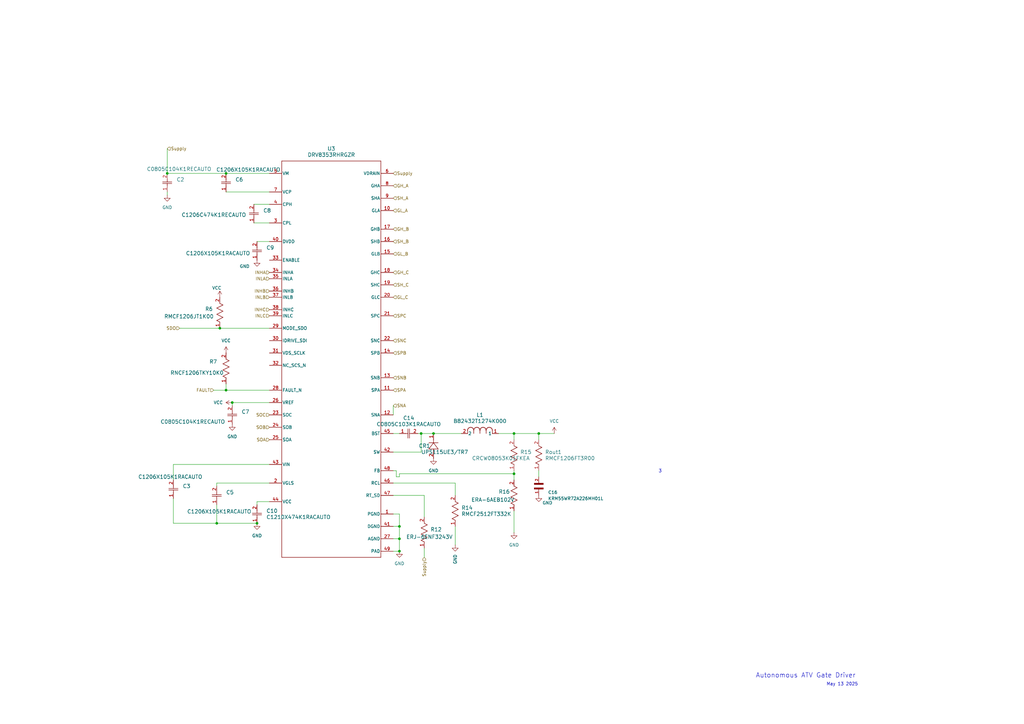
<source format=kicad_sch>
(kicad_sch
	(version 20250114)
	(generator "eeschema")
	(generator_version "9.0")
	(uuid "66c70677-4568-4e67-b7d8-669a7f8bf894")
	(paper "A3")
	(lib_symbols
		(symbol "Syms:B82432T1274K000"
			(pin_names
				(offset 0.254)
			)
			(exclude_from_sim no)
			(in_bom yes)
			(on_board yes)
			(property "Reference" "L"
				(at 6.985 5.08 0)
				(effects
					(font
						(size 1.524 1.524)
					)
				)
			)
			(property "Value" "B82432T1274K000"
				(at 6.985 -2.54 0)
				(effects
					(font
						(size 1.524 1.524)
					)
				)
			)
			(property "Footprint" "IND_EPCOS_B82432T_EPC"
				(at 0 0 0)
				(effects
					(font
						(size 1.27 1.27)
						(italic yes)
					)
					(hide yes)
				)
			)
			(property "Datasheet" "B82432T1274K000"
				(at 0 0 0)
				(effects
					(font
						(size 1.27 1.27)
						(italic yes)
					)
					(hide yes)
				)
			)
			(property "Description" ""
				(at 0 0 0)
				(effects
					(font
						(size 1.27 1.27)
					)
					(hide yes)
				)
			)
			(property "ki_locked" ""
				(at 0 0 0)
				(effects
					(font
						(size 1.27 1.27)
					)
				)
			)
			(property "ki_keywords" "B82432T1274K000"
				(at 0 0 0)
				(effects
					(font
						(size 1.27 1.27)
					)
					(hide yes)
				)
			)
			(property "ki_fp_filters" "IND_EPCOS_B82432T_EPC"
				(at 0 0 0)
				(effects
					(font
						(size 1.27 1.27)
					)
					(hide yes)
				)
			)
			(symbol "B82432T1274K000_1_1"
				(polyline
					(pts
						(xy 2.54 0) (xy 2.54 1.27)
					)
					(stroke
						(width 0.2032)
						(type default)
					)
					(fill
						(type none)
					)
				)
				(arc
					(start 2.54 1.27)
					(mid 3.81 2.5344)
					(end 5.08 1.27)
					(stroke
						(width 0.254)
						(type default)
					)
					(fill
						(type none)
					)
				)
				(polyline
					(pts
						(xy 5.08 0) (xy 5.08 1.27)
					)
					(stroke
						(width 0.2032)
						(type default)
					)
					(fill
						(type none)
					)
				)
				(arc
					(start 5.08 1.27)
					(mid 6.35 2.5344)
					(end 7.62 1.27)
					(stroke
						(width 0.254)
						(type default)
					)
					(fill
						(type none)
					)
				)
				(polyline
					(pts
						(xy 7.62 0) (xy 7.62 1.27)
					)
					(stroke
						(width 0.2032)
						(type default)
					)
					(fill
						(type none)
					)
				)
				(arc
					(start 7.62 1.27)
					(mid 8.89 2.5344)
					(end 10.16 1.27)
					(stroke
						(width 0.254)
						(type default)
					)
					(fill
						(type none)
					)
				)
				(polyline
					(pts
						(xy 10.16 0) (xy 10.16 1.27)
					)
					(stroke
						(width 0.2032)
						(type default)
					)
					(fill
						(type none)
					)
				)
				(arc
					(start 10.16 1.27)
					(mid 11.43 2.5344)
					(end 12.7 1.27)
					(stroke
						(width 0.254)
						(type default)
					)
					(fill
						(type none)
					)
				)
				(polyline
					(pts
						(xy 12.7 0) (xy 12.7 1.27)
					)
					(stroke
						(width 0.2032)
						(type default)
					)
					(fill
						(type none)
					)
				)
				(pin unspecified line
					(at 0 0 0)
					(length 2.54)
					(name "2"
						(effects
							(font
								(size 1.27 1.27)
							)
						)
					)
					(number "2"
						(effects
							(font
								(size 1.27 1.27)
							)
						)
					)
				)
				(pin unspecified line
					(at 15.24 0 180)
					(length 2.54)
					(name "1"
						(effects
							(font
								(size 1.27 1.27)
							)
						)
					)
					(number "1"
						(effects
							(font
								(size 1.27 1.27)
							)
						)
					)
				)
			)
			(symbol "B82432T1274K000_1_2"
				(arc
					(start -1.27 10.16)
					(mid -2.5344 11.43)
					(end -1.27 12.7)
					(stroke
						(width 0.254)
						(type default)
					)
					(fill
						(type none)
					)
				)
				(arc
					(start -1.27 7.62)
					(mid -2.5344 8.89)
					(end -1.27 10.16)
					(stroke
						(width 0.254)
						(type default)
					)
					(fill
						(type none)
					)
				)
				(arc
					(start -1.27 5.08)
					(mid -2.5344 6.35)
					(end -1.27 7.62)
					(stroke
						(width 0.254)
						(type default)
					)
					(fill
						(type none)
					)
				)
				(arc
					(start -1.27 2.54)
					(mid -2.5344 3.81)
					(end -1.27 5.08)
					(stroke
						(width 0.254)
						(type default)
					)
					(fill
						(type none)
					)
				)
				(polyline
					(pts
						(xy 0 12.7) (xy -1.27 12.7)
					)
					(stroke
						(width 0.2032)
						(type default)
					)
					(fill
						(type none)
					)
				)
				(polyline
					(pts
						(xy 0 10.16) (xy -1.27 10.16)
					)
					(stroke
						(width 0.2032)
						(type default)
					)
					(fill
						(type none)
					)
				)
				(polyline
					(pts
						(xy 0 7.62) (xy -1.27 7.62)
					)
					(stroke
						(width 0.2032)
						(type default)
					)
					(fill
						(type none)
					)
				)
				(polyline
					(pts
						(xy 0 5.08) (xy -1.27 5.08)
					)
					(stroke
						(width 0.2032)
						(type default)
					)
					(fill
						(type none)
					)
				)
				(polyline
					(pts
						(xy 0 2.54) (xy -1.27 2.54)
					)
					(stroke
						(width 0.2032)
						(type default)
					)
					(fill
						(type none)
					)
				)
				(pin unspecified line
					(at 0 15.24 270)
					(length 2.54)
					(name "1"
						(effects
							(font
								(size 1.27 1.27)
							)
						)
					)
					(number "1"
						(effects
							(font
								(size 1.27 1.27)
							)
						)
					)
				)
				(pin unspecified line
					(at 0 0 90)
					(length 2.54)
					(name "2"
						(effects
							(font
								(size 1.27 1.27)
							)
						)
					)
					(number "2"
						(effects
							(font
								(size 1.27 1.27)
							)
						)
					)
				)
			)
			(embedded_fonts no)
		)
		(symbol "Syms:C0805C103K1RACAUTO"
			(pin_names
				(offset 0.254)
			)
			(exclude_from_sim no)
			(in_bom yes)
			(on_board yes)
			(property "Reference" "C"
				(at 3.81 3.81 0)
				(effects
					(font
						(size 1.524 1.524)
					)
				)
			)
			(property "Value" "C0805C103K1RACAUTO"
				(at 3.81 -3.81 0)
				(effects
					(font
						(size 1.524 1.524)
					)
				)
			)
			(property "Footprint" "CAPC220145_88N_KEM"
				(at 0 0 0)
				(effects
					(font
						(size 1.27 1.27)
						(italic yes)
					)
					(hide yes)
				)
			)
			(property "Datasheet" "C0805C103K1RACAUTO"
				(at 0 0 0)
				(effects
					(font
						(size 1.27 1.27)
						(italic yes)
					)
					(hide yes)
				)
			)
			(property "Description" ""
				(at 0 0 0)
				(effects
					(font
						(size 1.27 1.27)
					)
					(hide yes)
				)
			)
			(property "ki_locked" ""
				(at 0 0 0)
				(effects
					(font
						(size 1.27 1.27)
					)
				)
			)
			(property "ki_keywords" "C0805C103K1RACAUTO"
				(at 0 0 0)
				(effects
					(font
						(size 1.27 1.27)
					)
					(hide yes)
				)
			)
			(property "ki_fp_filters" "CAPC220145_88N_KEM CAPC220145_88N_KEM-M CAPC220145_88N_KEM-L"
				(at 0 0 0)
				(effects
					(font
						(size 1.27 1.27)
					)
					(hide yes)
				)
			)
			(symbol "C0805C103K1RACAUTO_1_1"
				(polyline
					(pts
						(xy 2.54 0) (xy 3.4798 0)
					)
					(stroke
						(width 0.2032)
						(type default)
					)
					(fill
						(type none)
					)
				)
				(polyline
					(pts
						(xy 3.4798 -1.905) (xy 3.4798 1.905)
					)
					(stroke
						(width 0.2032)
						(type default)
					)
					(fill
						(type none)
					)
				)
				(polyline
					(pts
						(xy 4.1148 0) (xy 5.08 0)
					)
					(stroke
						(width 0.2032)
						(type default)
					)
					(fill
						(type none)
					)
				)
				(polyline
					(pts
						(xy 4.1148 -1.905) (xy 4.1148 1.905)
					)
					(stroke
						(width 0.2032)
						(type default)
					)
					(fill
						(type none)
					)
				)
				(pin unspecified line
					(at 0 0 0)
					(length 2.54)
					(name ""
						(effects
							(font
								(size 1.27 1.27)
							)
						)
					)
					(number "1"
						(effects
							(font
								(size 1.27 1.27)
							)
						)
					)
				)
				(pin unspecified line
					(at 7.62 0 180)
					(length 2.54)
					(name ""
						(effects
							(font
								(size 1.27 1.27)
							)
						)
					)
					(number "2"
						(effects
							(font
								(size 1.27 1.27)
							)
						)
					)
				)
			)
			(symbol "C0805C103K1RACAUTO_1_2"
				(polyline
					(pts
						(xy -1.905 -3.4798) (xy 1.905 -3.4798)
					)
					(stroke
						(width 0.2032)
						(type default)
					)
					(fill
						(type none)
					)
				)
				(polyline
					(pts
						(xy -1.905 -4.1148) (xy 1.905 -4.1148)
					)
					(stroke
						(width 0.2032)
						(type default)
					)
					(fill
						(type none)
					)
				)
				(polyline
					(pts
						(xy 0 -2.54) (xy 0 -3.4798)
					)
					(stroke
						(width 0.2032)
						(type default)
					)
					(fill
						(type none)
					)
				)
				(polyline
					(pts
						(xy 0 -4.1148) (xy 0 -5.08)
					)
					(stroke
						(width 0.2032)
						(type default)
					)
					(fill
						(type none)
					)
				)
				(pin unspecified line
					(at 0 0 270)
					(length 2.54)
					(name ""
						(effects
							(font
								(size 1.27 1.27)
							)
						)
					)
					(number "1"
						(effects
							(font
								(size 1.27 1.27)
							)
						)
					)
				)
				(pin unspecified line
					(at 0 -7.62 90)
					(length 2.54)
					(name ""
						(effects
							(font
								(size 1.27 1.27)
							)
						)
					)
					(number "2"
						(effects
							(font
								(size 1.27 1.27)
							)
						)
					)
				)
			)
			(embedded_fonts no)
		)
		(symbol "Syms:C0805C104K1RECAUTO"
			(pin_names
				(offset 0.254)
			)
			(exclude_from_sim no)
			(in_bom yes)
			(on_board yes)
			(property "Reference" "C"
				(at 3.81 3.81 0)
				(effects
					(font
						(size 1.524 1.524)
					)
				)
			)
			(property "Value" "C0805C104K1RECAUTO"
				(at 3.81 -3.81 0)
				(effects
					(font
						(size 1.524 1.524)
					)
				)
			)
			(property "Footprint" "CAPC220145_110N_KEM"
				(at 0 0 0)
				(effects
					(font
						(size 1.27 1.27)
						(italic yes)
					)
					(hide yes)
				)
			)
			(property "Datasheet" "C0805C104K1RECAUTO"
				(at 0 0 0)
				(effects
					(font
						(size 1.27 1.27)
						(italic yes)
					)
					(hide yes)
				)
			)
			(property "Description" ""
				(at 0 0 0)
				(effects
					(font
						(size 1.27 1.27)
					)
					(hide yes)
				)
			)
			(property "ki_locked" ""
				(at 0 0 0)
				(effects
					(font
						(size 1.27 1.27)
					)
				)
			)
			(property "ki_keywords" "C0805C104K1RECAUTO"
				(at 0 0 0)
				(effects
					(font
						(size 1.27 1.27)
					)
					(hide yes)
				)
			)
			(property "ki_fp_filters" "CAPC220145_110N_KEM CAPC220145_110N_KEM-M CAPC220145_110N_KEM-L"
				(at 0 0 0)
				(effects
					(font
						(size 1.27 1.27)
					)
					(hide yes)
				)
			)
			(symbol "C0805C104K1RECAUTO_1_1"
				(polyline
					(pts
						(xy 2.54 0) (xy 3.4798 0)
					)
					(stroke
						(width 0.2032)
						(type default)
					)
					(fill
						(type none)
					)
				)
				(polyline
					(pts
						(xy 3.4798 -1.905) (xy 3.4798 1.905)
					)
					(stroke
						(width 0.2032)
						(type default)
					)
					(fill
						(type none)
					)
				)
				(polyline
					(pts
						(xy 4.1148 0) (xy 5.08 0)
					)
					(stroke
						(width 0.2032)
						(type default)
					)
					(fill
						(type none)
					)
				)
				(polyline
					(pts
						(xy 4.1148 -1.905) (xy 4.1148 1.905)
					)
					(stroke
						(width 0.2032)
						(type default)
					)
					(fill
						(type none)
					)
				)
				(pin unspecified line
					(at 0 0 0)
					(length 2.54)
					(name ""
						(effects
							(font
								(size 1.27 1.27)
							)
						)
					)
					(number "1"
						(effects
							(font
								(size 1.27 1.27)
							)
						)
					)
				)
				(pin unspecified line
					(at 7.62 0 180)
					(length 2.54)
					(name ""
						(effects
							(font
								(size 1.27 1.27)
							)
						)
					)
					(number "2"
						(effects
							(font
								(size 1.27 1.27)
							)
						)
					)
				)
			)
			(symbol "C0805C104K1RECAUTO_1_2"
				(polyline
					(pts
						(xy -1.905 -3.4798) (xy 1.905 -3.4798)
					)
					(stroke
						(width 0.2032)
						(type default)
					)
					(fill
						(type none)
					)
				)
				(polyline
					(pts
						(xy -1.905 -4.1148) (xy 1.905 -4.1148)
					)
					(stroke
						(width 0.2032)
						(type default)
					)
					(fill
						(type none)
					)
				)
				(polyline
					(pts
						(xy 0 -2.54) (xy 0 -3.4798)
					)
					(stroke
						(width 0.2032)
						(type default)
					)
					(fill
						(type none)
					)
				)
				(polyline
					(pts
						(xy 0 -4.1148) (xy 0 -5.08)
					)
					(stroke
						(width 0.2032)
						(type default)
					)
					(fill
						(type none)
					)
				)
				(pin unspecified line
					(at 0 0 270)
					(length 2.54)
					(name ""
						(effects
							(font
								(size 1.27 1.27)
							)
						)
					)
					(number "1"
						(effects
							(font
								(size 1.27 1.27)
							)
						)
					)
				)
				(pin unspecified line
					(at 0 -7.62 90)
					(length 2.54)
					(name ""
						(effects
							(font
								(size 1.27 1.27)
							)
						)
					)
					(number "2"
						(effects
							(font
								(size 1.27 1.27)
							)
						)
					)
				)
			)
			(embedded_fonts no)
		)
		(symbol "Syms:C1206C474K1RECAUTO"
			(pin_names
				(offset 0.254)
			)
			(exclude_from_sim no)
			(in_bom yes)
			(on_board yes)
			(property "Reference" "C"
				(at 3.81 3.81 0)
				(effects
					(font
						(size 1.524 1.524)
					)
				)
			)
			(property "Value" "C1206C474K1RECAUTO"
				(at 3.81 -3.81 0)
				(effects
					(font
						(size 1.524 1.524)
					)
				)
			)
			(property "Footprint" "CAPC340180_180N_KEM"
				(at 0 0 0)
				(effects
					(font
						(size 1.27 1.27)
						(italic yes)
					)
					(hide yes)
				)
			)
			(property "Datasheet" "C1206C474K1RECAUTO"
				(at 0 0 0)
				(effects
					(font
						(size 1.27 1.27)
						(italic yes)
					)
					(hide yes)
				)
			)
			(property "Description" ""
				(at 0 0 0)
				(effects
					(font
						(size 1.27 1.27)
					)
					(hide yes)
				)
			)
			(property "ki_locked" ""
				(at 0 0 0)
				(effects
					(font
						(size 1.27 1.27)
					)
				)
			)
			(property "ki_keywords" "C1206C474K1RECAUTO"
				(at 0 0 0)
				(effects
					(font
						(size 1.27 1.27)
					)
					(hide yes)
				)
			)
			(property "ki_fp_filters" "CAPC340180_180N_KEM CAPC340180_180N_KEM-M CAPC340180_180N_KEM-L"
				(at 0 0 0)
				(effects
					(font
						(size 1.27 1.27)
					)
					(hide yes)
				)
			)
			(symbol "C1206C474K1RECAUTO_1_1"
				(polyline
					(pts
						(xy 2.54 0) (xy 3.4798 0)
					)
					(stroke
						(width 0.2032)
						(type default)
					)
					(fill
						(type none)
					)
				)
				(polyline
					(pts
						(xy 3.4798 -1.905) (xy 3.4798 1.905)
					)
					(stroke
						(width 0.2032)
						(type default)
					)
					(fill
						(type none)
					)
				)
				(polyline
					(pts
						(xy 4.1148 0) (xy 5.08 0)
					)
					(stroke
						(width 0.2032)
						(type default)
					)
					(fill
						(type none)
					)
				)
				(polyline
					(pts
						(xy 4.1148 -1.905) (xy 4.1148 1.905)
					)
					(stroke
						(width 0.2032)
						(type default)
					)
					(fill
						(type none)
					)
				)
				(pin unspecified line
					(at 0 0 0)
					(length 2.54)
					(name ""
						(effects
							(font
								(size 1.27 1.27)
							)
						)
					)
					(number "1"
						(effects
							(font
								(size 1.27 1.27)
							)
						)
					)
				)
				(pin unspecified line
					(at 7.62 0 180)
					(length 2.54)
					(name ""
						(effects
							(font
								(size 1.27 1.27)
							)
						)
					)
					(number "2"
						(effects
							(font
								(size 1.27 1.27)
							)
						)
					)
				)
			)
			(symbol "C1206C474K1RECAUTO_1_2"
				(polyline
					(pts
						(xy -1.905 -3.4798) (xy 1.905 -3.4798)
					)
					(stroke
						(width 0.2032)
						(type default)
					)
					(fill
						(type none)
					)
				)
				(polyline
					(pts
						(xy -1.905 -4.1148) (xy 1.905 -4.1148)
					)
					(stroke
						(width 0.2032)
						(type default)
					)
					(fill
						(type none)
					)
				)
				(polyline
					(pts
						(xy 0 -2.54) (xy 0 -3.4798)
					)
					(stroke
						(width 0.2032)
						(type default)
					)
					(fill
						(type none)
					)
				)
				(polyline
					(pts
						(xy 0 -4.1148) (xy 0 -5.08)
					)
					(stroke
						(width 0.2032)
						(type default)
					)
					(fill
						(type none)
					)
				)
				(pin unspecified line
					(at 0 0 270)
					(length 2.54)
					(name ""
						(effects
							(font
								(size 1.27 1.27)
							)
						)
					)
					(number "1"
						(effects
							(font
								(size 1.27 1.27)
							)
						)
					)
				)
				(pin unspecified line
					(at 0 -7.62 90)
					(length 2.54)
					(name ""
						(effects
							(font
								(size 1.27 1.27)
							)
						)
					)
					(number "2"
						(effects
							(font
								(size 1.27 1.27)
							)
						)
					)
				)
			)
			(embedded_fonts no)
		)
		(symbol "Syms:C1206X105K1RACAUTO"
			(pin_names
				(offset 0.254)
			)
			(exclude_from_sim no)
			(in_bom yes)
			(on_board yes)
			(property "Reference" "C"
				(at 3.81 3.81 0)
				(effects
					(font
						(size 1.524 1.524)
					)
				)
			)
			(property "Value" "C1206X105K1RACAUTO"
				(at 3.81 -3.81 0)
				(effects
					(font
						(size 1.524 1.524)
					)
				)
			)
			(property "Footprint" "CAPC370195_180N_KEM"
				(at 0 0 0)
				(effects
					(font
						(size 1.27 1.27)
						(italic yes)
					)
					(hide yes)
				)
			)
			(property "Datasheet" "C1206X105K1RACAUTO"
				(at 0 0 0)
				(effects
					(font
						(size 1.27 1.27)
						(italic yes)
					)
					(hide yes)
				)
			)
			(property "Description" ""
				(at 0 0 0)
				(effects
					(font
						(size 1.27 1.27)
					)
					(hide yes)
				)
			)
			(property "ki_locked" ""
				(at 0 0 0)
				(effects
					(font
						(size 1.27 1.27)
					)
				)
			)
			(property "ki_keywords" "C1206X105K1RACAUTO"
				(at 0 0 0)
				(effects
					(font
						(size 1.27 1.27)
					)
					(hide yes)
				)
			)
			(property "ki_fp_filters" "CAPC370195_180N_KEM CAPC370195_180N_KEM-M CAPC370195_180N_KEM-L"
				(at 0 0 0)
				(effects
					(font
						(size 1.27 1.27)
					)
					(hide yes)
				)
			)
			(symbol "C1206X105K1RACAUTO_1_1"
				(polyline
					(pts
						(xy 2.54 0) (xy 3.4798 0)
					)
					(stroke
						(width 0.2032)
						(type default)
					)
					(fill
						(type none)
					)
				)
				(polyline
					(pts
						(xy 3.4798 -1.905) (xy 3.4798 1.905)
					)
					(stroke
						(width 0.2032)
						(type default)
					)
					(fill
						(type none)
					)
				)
				(polyline
					(pts
						(xy 4.1148 0) (xy 5.08 0)
					)
					(stroke
						(width 0.2032)
						(type default)
					)
					(fill
						(type none)
					)
				)
				(polyline
					(pts
						(xy 4.1148 -1.905) (xy 4.1148 1.905)
					)
					(stroke
						(width 0.2032)
						(type default)
					)
					(fill
						(type none)
					)
				)
				(pin unspecified line
					(at 0 0 0)
					(length 2.54)
					(name ""
						(effects
							(font
								(size 1.27 1.27)
							)
						)
					)
					(number "1"
						(effects
							(font
								(size 1.27 1.27)
							)
						)
					)
				)
				(pin unspecified line
					(at 7.62 0 180)
					(length 2.54)
					(name ""
						(effects
							(font
								(size 1.27 1.27)
							)
						)
					)
					(number "2"
						(effects
							(font
								(size 1.27 1.27)
							)
						)
					)
				)
			)
			(symbol "C1206X105K1RACAUTO_1_2"
				(polyline
					(pts
						(xy -1.905 -3.4798) (xy 1.905 -3.4798)
					)
					(stroke
						(width 0.2032)
						(type default)
					)
					(fill
						(type none)
					)
				)
				(polyline
					(pts
						(xy -1.905 -4.1148) (xy 1.905 -4.1148)
					)
					(stroke
						(width 0.2032)
						(type default)
					)
					(fill
						(type none)
					)
				)
				(polyline
					(pts
						(xy 0 -2.54) (xy 0 -3.4798)
					)
					(stroke
						(width 0.2032)
						(type default)
					)
					(fill
						(type none)
					)
				)
				(polyline
					(pts
						(xy 0 -4.1148) (xy 0 -5.08)
					)
					(stroke
						(width 0.2032)
						(type default)
					)
					(fill
						(type none)
					)
				)
				(pin unspecified line
					(at 0 0 270)
					(length 2.54)
					(name ""
						(effects
							(font
								(size 1.27 1.27)
							)
						)
					)
					(number "1"
						(effects
							(font
								(size 1.27 1.27)
							)
						)
					)
				)
				(pin unspecified line
					(at 0 -7.62 90)
					(length 2.54)
					(name ""
						(effects
							(font
								(size 1.27 1.27)
							)
						)
					)
					(number "2"
						(effects
							(font
								(size 1.27 1.27)
							)
						)
					)
				)
			)
			(embedded_fonts no)
		)
		(symbol "Syms:C1210X474K1RACAUTO"
			(pin_names
				(offset 0.254)
			)
			(exclude_from_sim no)
			(in_bom yes)
			(on_board yes)
			(property "Reference" "C"
				(at 3.81 3.81 0)
				(effects
					(font
						(size 1.524 1.524)
					)
				)
			)
			(property "Value" "C1210X474K1RACAUTO"
				(at 3.81 -3.81 0)
				(effects
					(font
						(size 1.524 1.524)
					)
				)
			)
			(property "Footprint" "CAPC370290_115N_KEM"
				(at 0 0 0)
				(effects
					(font
						(size 1.27 1.27)
						(italic yes)
					)
					(hide yes)
				)
			)
			(property "Datasheet" "C1210X474K1RACAUTO"
				(at 0 0 0)
				(effects
					(font
						(size 1.27 1.27)
						(italic yes)
					)
					(hide yes)
				)
			)
			(property "Description" ""
				(at 0 0 0)
				(effects
					(font
						(size 1.27 1.27)
					)
					(hide yes)
				)
			)
			(property "ki_locked" ""
				(at 0 0 0)
				(effects
					(font
						(size 1.27 1.27)
					)
				)
			)
			(property "ki_keywords" "C1210X474K1RACAUTO"
				(at 0 0 0)
				(effects
					(font
						(size 1.27 1.27)
					)
					(hide yes)
				)
			)
			(property "ki_fp_filters" "CAPC370290_115N_KEM CAPC370290_115N_KEM-M CAPC370290_115N_KEM-L"
				(at 0 0 0)
				(effects
					(font
						(size 1.27 1.27)
					)
					(hide yes)
				)
			)
			(symbol "C1210X474K1RACAUTO_1_1"
				(polyline
					(pts
						(xy 2.54 0) (xy 3.4798 0)
					)
					(stroke
						(width 0.2032)
						(type default)
					)
					(fill
						(type none)
					)
				)
				(polyline
					(pts
						(xy 3.4798 -1.905) (xy 3.4798 1.905)
					)
					(stroke
						(width 0.2032)
						(type default)
					)
					(fill
						(type none)
					)
				)
				(polyline
					(pts
						(xy 4.1148 0) (xy 5.08 0)
					)
					(stroke
						(width 0.2032)
						(type default)
					)
					(fill
						(type none)
					)
				)
				(polyline
					(pts
						(xy 4.1148 -1.905) (xy 4.1148 1.905)
					)
					(stroke
						(width 0.2032)
						(type default)
					)
					(fill
						(type none)
					)
				)
				(pin unspecified line
					(at 0 0 0)
					(length 2.54)
					(name ""
						(effects
							(font
								(size 1.27 1.27)
							)
						)
					)
					(number "1"
						(effects
							(font
								(size 1.27 1.27)
							)
						)
					)
				)
				(pin unspecified line
					(at 7.62 0 180)
					(length 2.54)
					(name ""
						(effects
							(font
								(size 1.27 1.27)
							)
						)
					)
					(number "2"
						(effects
							(font
								(size 1.27 1.27)
							)
						)
					)
				)
			)
			(symbol "C1210X474K1RACAUTO_1_2"
				(polyline
					(pts
						(xy -1.905 -3.4798) (xy 1.905 -3.4798)
					)
					(stroke
						(width 0.2032)
						(type default)
					)
					(fill
						(type none)
					)
				)
				(polyline
					(pts
						(xy -1.905 -4.1148) (xy 1.905 -4.1148)
					)
					(stroke
						(width 0.2032)
						(type default)
					)
					(fill
						(type none)
					)
				)
				(polyline
					(pts
						(xy 0 -2.54) (xy 0 -3.4798)
					)
					(stroke
						(width 0.2032)
						(type default)
					)
					(fill
						(type none)
					)
				)
				(polyline
					(pts
						(xy 0 -4.1148) (xy 0 -5.08)
					)
					(stroke
						(width 0.2032)
						(type default)
					)
					(fill
						(type none)
					)
				)
				(pin unspecified line
					(at 0 0 270)
					(length 2.54)
					(name ""
						(effects
							(font
								(size 1.27 1.27)
							)
						)
					)
					(number "1"
						(effects
							(font
								(size 1.27 1.27)
							)
						)
					)
				)
				(pin unspecified line
					(at 0 -7.62 90)
					(length 2.54)
					(name ""
						(effects
							(font
								(size 1.27 1.27)
							)
						)
					)
					(number "2"
						(effects
							(font
								(size 1.27 1.27)
							)
						)
					)
				)
			)
			(embedded_fonts no)
		)
		(symbol "Syms:CRCW08053K01FKEA"
			(pin_names
				(offset 0.254)
			)
			(exclude_from_sim no)
			(in_bom yes)
			(on_board yes)
			(property "Reference" "R"
				(at 5.715 3.81 0)
				(effects
					(font
						(size 1.524 1.524)
					)
				)
			)
			(property "Value" "CRCW08053K01FKEA"
				(at 6.35 -3.81 0)
				(effects
					(font
						(size 1.524 1.524)
					)
				)
			)
			(property "Footprint" "RES_CRCW_0805"
				(at 0 0 0)
				(effects
					(font
						(size 1.27 1.27)
						(italic yes)
					)
					(hide yes)
				)
			)
			(property "Datasheet" "CRCW08053K01FKEA"
				(at 0 0 0)
				(effects
					(font
						(size 1.27 1.27)
						(italic yes)
					)
					(hide yes)
				)
			)
			(property "Description" ""
				(at 0 0 0)
				(effects
					(font
						(size 1.27 1.27)
					)
					(hide yes)
				)
			)
			(property "ki_locked" ""
				(at 0 0 0)
				(effects
					(font
						(size 1.27 1.27)
					)
				)
			)
			(property "ki_keywords" "CRCW08053K01FKEA"
				(at 0 0 0)
				(effects
					(font
						(size 1.27 1.27)
					)
					(hide yes)
				)
			)
			(property "ki_fp_filters" "RES_CRCW_0805 RES_CRCW_0805-M RES_CRCW_0805-L"
				(at 0 0 0)
				(effects
					(font
						(size 1.27 1.27)
					)
					(hide yes)
				)
			)
			(symbol "CRCW08053K01FKEA_1_1"
				(polyline
					(pts
						(xy 2.54 0) (xy 3.175 1.27)
					)
					(stroke
						(width 0.2032)
						(type default)
					)
					(fill
						(type none)
					)
				)
				(polyline
					(pts
						(xy 3.175 1.27) (xy 4.445 -1.27)
					)
					(stroke
						(width 0.2032)
						(type default)
					)
					(fill
						(type none)
					)
				)
				(polyline
					(pts
						(xy 4.445 -1.27) (xy 5.715 1.27)
					)
					(stroke
						(width 0.2032)
						(type default)
					)
					(fill
						(type none)
					)
				)
				(polyline
					(pts
						(xy 5.715 1.27) (xy 6.985 -1.27)
					)
					(stroke
						(width 0.2032)
						(type default)
					)
					(fill
						(type none)
					)
				)
				(polyline
					(pts
						(xy 6.985 -1.27) (xy 8.255 1.27)
					)
					(stroke
						(width 0.2032)
						(type default)
					)
					(fill
						(type none)
					)
				)
				(polyline
					(pts
						(xy 8.255 1.27) (xy 9.525 -1.27)
					)
					(stroke
						(width 0.2032)
						(type default)
					)
					(fill
						(type none)
					)
				)
				(polyline
					(pts
						(xy 9.525 -1.27) (xy 10.16 0)
					)
					(stroke
						(width 0.2032)
						(type default)
					)
					(fill
						(type none)
					)
				)
				(pin unspecified line
					(at 0 0 0)
					(length 2.54)
					(name ""
						(effects
							(font
								(size 1.27 1.27)
							)
						)
					)
					(number "2"
						(effects
							(font
								(size 1.27 1.27)
							)
						)
					)
				)
				(pin unspecified line
					(at 12.7 0 180)
					(length 2.54)
					(name ""
						(effects
							(font
								(size 1.27 1.27)
							)
						)
					)
					(number "1"
						(effects
							(font
								(size 1.27 1.27)
							)
						)
					)
				)
			)
			(symbol "CRCW08053K01FKEA_1_2"
				(polyline
					(pts
						(xy -1.27 8.255) (xy 1.27 9.525)
					)
					(stroke
						(width 0.2032)
						(type default)
					)
					(fill
						(type none)
					)
				)
				(polyline
					(pts
						(xy -1.27 5.715) (xy 1.27 6.985)
					)
					(stroke
						(width 0.2032)
						(type default)
					)
					(fill
						(type none)
					)
				)
				(polyline
					(pts
						(xy -1.27 3.175) (xy 1.27 4.445)
					)
					(stroke
						(width 0.2032)
						(type default)
					)
					(fill
						(type none)
					)
				)
				(polyline
					(pts
						(xy 0 2.54) (xy -1.27 3.175)
					)
					(stroke
						(width 0.2032)
						(type default)
					)
					(fill
						(type none)
					)
				)
				(polyline
					(pts
						(xy 1.27 9.525) (xy 0 10.16)
					)
					(stroke
						(width 0.2032)
						(type default)
					)
					(fill
						(type none)
					)
				)
				(polyline
					(pts
						(xy 1.27 6.985) (xy -1.27 8.255)
					)
					(stroke
						(width 0.2032)
						(type default)
					)
					(fill
						(type none)
					)
				)
				(polyline
					(pts
						(xy 1.27 4.445) (xy -1.27 5.715)
					)
					(stroke
						(width 0.2032)
						(type default)
					)
					(fill
						(type none)
					)
				)
				(pin unspecified line
					(at 0 12.7 270)
					(length 2.54)
					(name ""
						(effects
							(font
								(size 1.27 1.27)
							)
						)
					)
					(number "1"
						(effects
							(font
								(size 1.27 1.27)
							)
						)
					)
				)
				(pin unspecified line
					(at 0 0 90)
					(length 2.54)
					(name ""
						(effects
							(font
								(size 1.27 1.27)
							)
						)
					)
					(number "2"
						(effects
							(font
								(size 1.27 1.27)
							)
						)
					)
				)
			)
			(embedded_fonts no)
		)
		(symbol "Syms:DRV8353RHRGZR"
			(pin_names
				(offset 0.254)
			)
			(exclude_from_sim no)
			(in_bom yes)
			(on_board yes)
			(property "Reference" "U"
				(at 0 2.54 0)
				(effects
					(font
						(size 1.524 1.524)
					)
				)
			)
			(property "Value" "DRV8353RHRGZR"
				(at 0 0 0)
				(effects
					(font
						(size 1.524 1.524)
					)
				)
			)
			(property "Footprint" "RGZ0048L"
				(at 0 0 0)
				(effects
					(font
						(size 1.27 1.27)
						(italic yes)
					)
					(hide yes)
				)
			)
			(property "Datasheet" "DRV8353RHRGZR"
				(at 0 0 0)
				(effects
					(font
						(size 1.27 1.27)
						(italic yes)
					)
					(hide yes)
				)
			)
			(property "Description" ""
				(at 0 0 0)
				(effects
					(font
						(size 1.27 1.27)
					)
					(hide yes)
				)
			)
			(property "ki_locked" ""
				(at 0 0 0)
				(effects
					(font
						(size 1.27 1.27)
					)
				)
			)
			(property "ki_keywords" "DRV8353RHRGZR"
				(at 0 0 0)
				(effects
					(font
						(size 1.27 1.27)
					)
					(hide yes)
				)
			)
			(property "ki_fp_filters" "RGZ0048L"
				(at 0 0 0)
				(effects
					(font
						(size 1.27 1.27)
					)
					(hide yes)
				)
			)
			(symbol "DRV8353RHRGZR_0_1"
				(polyline
					(pts
						(xy -20.32 81.28) (xy -20.32 -81.28)
					)
					(stroke
						(width 0.2032)
						(type default)
					)
					(fill
						(type none)
					)
				)
				(polyline
					(pts
						(xy -20.32 -81.28) (xy 20.32 -81.28)
					)
					(stroke
						(width 0.2032)
						(type default)
					)
					(fill
						(type none)
					)
				)
				(polyline
					(pts
						(xy 20.32 81.28) (xy -20.32 81.28)
					)
					(stroke
						(width 0.2032)
						(type default)
					)
					(fill
						(type none)
					)
				)
				(polyline
					(pts
						(xy 20.32 -81.28) (xy 20.32 81.28)
					)
					(stroke
						(width 0.2032)
						(type default)
					)
					(fill
						(type none)
					)
				)
				(pin power_in line
					(at -25.4 76.2 0)
					(length 5.08)
					(name "VM"
						(effects
							(font
								(size 1.27 1.27)
							)
						)
					)
					(number "5"
						(effects
							(font
								(size 1.27 1.27)
							)
						)
					)
				)
				(pin power_in line
					(at -25.4 68.58 0)
					(length 5.08)
					(name "VCP"
						(effects
							(font
								(size 1.27 1.27)
							)
						)
					)
					(number "7"
						(effects
							(font
								(size 1.27 1.27)
							)
						)
					)
				)
				(pin power_in line
					(at -25.4 63.5 0)
					(length 5.08)
					(name "CPH"
						(effects
							(font
								(size 1.27 1.27)
							)
						)
					)
					(number "4"
						(effects
							(font
								(size 1.27 1.27)
							)
						)
					)
				)
				(pin power_in line
					(at -25.4 55.88 0)
					(length 5.08)
					(name "CPL"
						(effects
							(font
								(size 1.27 1.27)
							)
						)
					)
					(number "3"
						(effects
							(font
								(size 1.27 1.27)
							)
						)
					)
				)
				(pin power_in line
					(at -25.4 48.26 0)
					(length 5.08)
					(name "DVDD"
						(effects
							(font
								(size 1.27 1.27)
							)
						)
					)
					(number "40"
						(effects
							(font
								(size 1.27 1.27)
							)
						)
					)
				)
				(pin input line
					(at -25.4 40.64 0)
					(length 5.08)
					(name "ENABLE"
						(effects
							(font
								(size 1.27 1.27)
							)
						)
					)
					(number "33"
						(effects
							(font
								(size 1.27 1.27)
							)
						)
					)
				)
				(pin input line
					(at -25.4 35.56 0)
					(length 5.08)
					(name "INHA"
						(effects
							(font
								(size 1.27 1.27)
							)
						)
					)
					(number "34"
						(effects
							(font
								(size 1.27 1.27)
							)
						)
					)
				)
				(pin input line
					(at -25.4 33.02 0)
					(length 5.08)
					(name "INLA"
						(effects
							(font
								(size 1.27 1.27)
							)
						)
					)
					(number "35"
						(effects
							(font
								(size 1.27 1.27)
							)
						)
					)
				)
				(pin input line
					(at -25.4 27.94 0)
					(length 5.08)
					(name "INHB"
						(effects
							(font
								(size 1.27 1.27)
							)
						)
					)
					(number "36"
						(effects
							(font
								(size 1.27 1.27)
							)
						)
					)
				)
				(pin input line
					(at -25.4 25.4 0)
					(length 5.08)
					(name "INLB"
						(effects
							(font
								(size 1.27 1.27)
							)
						)
					)
					(number "37"
						(effects
							(font
								(size 1.27 1.27)
							)
						)
					)
				)
				(pin input line
					(at -25.4 20.32 0)
					(length 5.08)
					(name "INHC"
						(effects
							(font
								(size 1.27 1.27)
							)
						)
					)
					(number "38"
						(effects
							(font
								(size 1.27 1.27)
							)
						)
					)
				)
				(pin input line
					(at -25.4 17.78 0)
					(length 5.08)
					(name "INLC"
						(effects
							(font
								(size 1.27 1.27)
							)
						)
					)
					(number "39"
						(effects
							(font
								(size 1.27 1.27)
							)
						)
					)
				)
				(pin bidirectional line
					(at -25.4 12.7 0)
					(length 5.08)
					(name "MODE_SDO"
						(effects
							(font
								(size 1.27 1.27)
							)
						)
					)
					(number "29"
						(effects
							(font
								(size 1.27 1.27)
							)
						)
					)
				)
				(pin input line
					(at -25.4 7.62 0)
					(length 5.08)
					(name "IDRIVE_SDI"
						(effects
							(font
								(size 1.27 1.27)
							)
						)
					)
					(number "30"
						(effects
							(font
								(size 1.27 1.27)
							)
						)
					)
				)
				(pin input line
					(at -25.4 2.54 0)
					(length 5.08)
					(name "VDS_SCLK"
						(effects
							(font
								(size 1.27 1.27)
							)
						)
					)
					(number "31"
						(effects
							(font
								(size 1.27 1.27)
							)
						)
					)
				)
				(pin input line
					(at -25.4 -2.54 0)
					(length 5.08)
					(name "NC_SCS_N"
						(effects
							(font
								(size 1.27 1.27)
							)
						)
					)
					(number "32"
						(effects
							(font
								(size 1.27 1.27)
							)
						)
					)
				)
				(pin open_collector line
					(at -25.4 -12.7 0)
					(length 5.08)
					(name "FAULT_N"
						(effects
							(font
								(size 1.27 1.27)
							)
						)
					)
					(number "28"
						(effects
							(font
								(size 1.27 1.27)
							)
						)
					)
				)
				(pin power_in line
					(at -25.4 -17.78 0)
					(length 5.08)
					(name "VREF"
						(effects
							(font
								(size 1.27 1.27)
							)
						)
					)
					(number "26"
						(effects
							(font
								(size 1.27 1.27)
							)
						)
					)
				)
				(pin output line
					(at -25.4 -22.86 0)
					(length 5.08)
					(name "SOC"
						(effects
							(font
								(size 1.27 1.27)
							)
						)
					)
					(number "23"
						(effects
							(font
								(size 1.27 1.27)
							)
						)
					)
				)
				(pin output line
					(at -25.4 -27.94 0)
					(length 5.08)
					(name "SOB"
						(effects
							(font
								(size 1.27 1.27)
							)
						)
					)
					(number "24"
						(effects
							(font
								(size 1.27 1.27)
							)
						)
					)
				)
				(pin output line
					(at -25.4 -33.02 0)
					(length 5.08)
					(name "SOA"
						(effects
							(font
								(size 1.27 1.27)
							)
						)
					)
					(number "25"
						(effects
							(font
								(size 1.27 1.27)
							)
						)
					)
				)
				(pin power_in line
					(at -25.4 -43.18 0)
					(length 5.08)
					(name "VIN"
						(effects
							(font
								(size 1.27 1.27)
							)
						)
					)
					(number "43"
						(effects
							(font
								(size 1.27 1.27)
							)
						)
					)
				)
				(pin power_in line
					(at -25.4 -50.8 0)
					(length 5.08)
					(name "VGLS"
						(effects
							(font
								(size 1.27 1.27)
							)
						)
					)
					(number "2"
						(effects
							(font
								(size 1.27 1.27)
							)
						)
					)
				)
				(pin power_in line
					(at -25.4 -58.42 0)
					(length 5.08)
					(name "VCC"
						(effects
							(font
								(size 1.27 1.27)
							)
						)
					)
					(number "44"
						(effects
							(font
								(size 1.27 1.27)
							)
						)
					)
				)
				(pin input line
					(at 25.4 76.2 180)
					(length 5.08)
					(name "VDRAIN"
						(effects
							(font
								(size 1.27 1.27)
							)
						)
					)
					(number "6"
						(effects
							(font
								(size 1.27 1.27)
							)
						)
					)
				)
				(pin output line
					(at 25.4 71.12 180)
					(length 5.08)
					(name "GHA"
						(effects
							(font
								(size 1.27 1.27)
							)
						)
					)
					(number "8"
						(effects
							(font
								(size 1.27 1.27)
							)
						)
					)
				)
				(pin input line
					(at 25.4 66.04 180)
					(length 5.08)
					(name "SHA"
						(effects
							(font
								(size 1.27 1.27)
							)
						)
					)
					(number "9"
						(effects
							(font
								(size 1.27 1.27)
							)
						)
					)
				)
				(pin output line
					(at 25.4 60.96 180)
					(length 5.08)
					(name "GLA"
						(effects
							(font
								(size 1.27 1.27)
							)
						)
					)
					(number "10"
						(effects
							(font
								(size 1.27 1.27)
							)
						)
					)
				)
				(pin output line
					(at 25.4 53.34 180)
					(length 5.08)
					(name "GHB"
						(effects
							(font
								(size 1.27 1.27)
							)
						)
					)
					(number "17"
						(effects
							(font
								(size 1.27 1.27)
							)
						)
					)
				)
				(pin input line
					(at 25.4 48.26 180)
					(length 5.08)
					(name "SHB"
						(effects
							(font
								(size 1.27 1.27)
							)
						)
					)
					(number "16"
						(effects
							(font
								(size 1.27 1.27)
							)
						)
					)
				)
				(pin output line
					(at 25.4 43.18 180)
					(length 5.08)
					(name "GLB"
						(effects
							(font
								(size 1.27 1.27)
							)
						)
					)
					(number "15"
						(effects
							(font
								(size 1.27 1.27)
							)
						)
					)
				)
				(pin output line
					(at 25.4 35.56 180)
					(length 5.08)
					(name "GHC"
						(effects
							(font
								(size 1.27 1.27)
							)
						)
					)
					(number "18"
						(effects
							(font
								(size 1.27 1.27)
							)
						)
					)
				)
				(pin input line
					(at 25.4 30.48 180)
					(length 5.08)
					(name "SHC"
						(effects
							(font
								(size 1.27 1.27)
							)
						)
					)
					(number "19"
						(effects
							(font
								(size 1.27 1.27)
							)
						)
					)
				)
				(pin output line
					(at 25.4 25.4 180)
					(length 5.08)
					(name "GLC"
						(effects
							(font
								(size 1.27 1.27)
							)
						)
					)
					(number "20"
						(effects
							(font
								(size 1.27 1.27)
							)
						)
					)
				)
				(pin input line
					(at 25.4 17.78 180)
					(length 5.08)
					(name "SPC"
						(effects
							(font
								(size 1.27 1.27)
							)
						)
					)
					(number "21"
						(effects
							(font
								(size 1.27 1.27)
							)
						)
					)
				)
				(pin input line
					(at 25.4 7.62 180)
					(length 5.08)
					(name "SNC"
						(effects
							(font
								(size 1.27 1.27)
							)
						)
					)
					(number "22"
						(effects
							(font
								(size 1.27 1.27)
							)
						)
					)
				)
				(pin input line
					(at 25.4 2.54 180)
					(length 5.08)
					(name "SPB"
						(effects
							(font
								(size 1.27 1.27)
							)
						)
					)
					(number "14"
						(effects
							(font
								(size 1.27 1.27)
							)
						)
					)
				)
				(pin input line
					(at 25.4 -7.62 180)
					(length 5.08)
					(name "SNB"
						(effects
							(font
								(size 1.27 1.27)
							)
						)
					)
					(number "13"
						(effects
							(font
								(size 1.27 1.27)
							)
						)
					)
				)
				(pin input line
					(at 25.4 -12.7 180)
					(length 5.08)
					(name "SPA"
						(effects
							(font
								(size 1.27 1.27)
							)
						)
					)
					(number "11"
						(effects
							(font
								(size 1.27 1.27)
							)
						)
					)
				)
				(pin input line
					(at 25.4 -22.86 180)
					(length 5.08)
					(name "SNA"
						(effects
							(font
								(size 1.27 1.27)
							)
						)
					)
					(number "12"
						(effects
							(font
								(size 1.27 1.27)
							)
						)
					)
				)
				(pin power_in line
					(at 25.4 -30.48 180)
					(length 5.08)
					(name "BST"
						(effects
							(font
								(size 1.27 1.27)
							)
						)
					)
					(number "45"
						(effects
							(font
								(size 1.27 1.27)
							)
						)
					)
				)
				(pin power_in line
					(at 25.4 -38.1 180)
					(length 5.08)
					(name "SW"
						(effects
							(font
								(size 1.27 1.27)
							)
						)
					)
					(number "42"
						(effects
							(font
								(size 1.27 1.27)
							)
						)
					)
				)
				(pin input line
					(at 25.4 -45.72 180)
					(length 5.08)
					(name "FB"
						(effects
							(font
								(size 1.27 1.27)
							)
						)
					)
					(number "48"
						(effects
							(font
								(size 1.27 1.27)
							)
						)
					)
				)
				(pin input line
					(at 25.4 -50.8 180)
					(length 5.08)
					(name "RCL"
						(effects
							(font
								(size 1.27 1.27)
							)
						)
					)
					(number "46"
						(effects
							(font
								(size 1.27 1.27)
							)
						)
					)
				)
				(pin input line
					(at 25.4 -55.88 180)
					(length 5.08)
					(name "RT_SD"
						(effects
							(font
								(size 1.27 1.27)
							)
						)
					)
					(number "47"
						(effects
							(font
								(size 1.27 1.27)
							)
						)
					)
				)
				(pin power_in line
					(at 25.4 -63.5 180)
					(length 5.08)
					(name "PGND"
						(effects
							(font
								(size 1.27 1.27)
							)
						)
					)
					(number "1"
						(effects
							(font
								(size 1.27 1.27)
							)
						)
					)
				)
				(pin power_in line
					(at 25.4 -68.58 180)
					(length 5.08)
					(name "DGND"
						(effects
							(font
								(size 1.27 1.27)
							)
						)
					)
					(number "41"
						(effects
							(font
								(size 1.27 1.27)
							)
						)
					)
				)
				(pin power_in line
					(at 25.4 -73.66 180)
					(length 5.08)
					(name "AGND"
						(effects
							(font
								(size 1.27 1.27)
							)
						)
					)
					(number "27"
						(effects
							(font
								(size 1.27 1.27)
							)
						)
					)
				)
				(pin power_in line
					(at 25.4 -78.74 180)
					(length 5.08)
					(name "PAD"
						(effects
							(font
								(size 1.27 1.27)
							)
						)
					)
					(number "49"
						(effects
							(font
								(size 1.27 1.27)
							)
						)
					)
				)
			)
			(embedded_fonts no)
		)
		(symbol "Syms:ERA-6AEB102V"
			(pin_names
				(offset 0.254)
			)
			(exclude_from_sim no)
			(in_bom yes)
			(on_board yes)
			(property "Reference" "R"
				(at 5.715 3.81 0)
				(effects
					(font
						(size 1.524 1.524)
					)
				)
			)
			(property "Value" "ERA-6AEB102V"
				(at 6.35 -3.81 0)
				(effects
					(font
						(size 1.524 1.524)
					)
				)
			)
			(property "Footprint" "RC0805N_PAN"
				(at 0 0 0)
				(effects
					(font
						(size 1.27 1.27)
						(italic yes)
					)
					(hide yes)
				)
			)
			(property "Datasheet" "ERA-6AEB102V"
				(at 0 0 0)
				(effects
					(font
						(size 1.27 1.27)
						(italic yes)
					)
					(hide yes)
				)
			)
			(property "Description" ""
				(at 0 0 0)
				(effects
					(font
						(size 1.27 1.27)
					)
					(hide yes)
				)
			)
			(property "ki_locked" ""
				(at 0 0 0)
				(effects
					(font
						(size 1.27 1.27)
					)
				)
			)
			(property "ki_keywords" "ERA-6AEB102V"
				(at 0 0 0)
				(effects
					(font
						(size 1.27 1.27)
					)
					(hide yes)
				)
			)
			(property "ki_fp_filters" "RC0805N_PAN RC0805N_PAN-M RC0805N_PAN-L"
				(at 0 0 0)
				(effects
					(font
						(size 1.27 1.27)
					)
					(hide yes)
				)
			)
			(symbol "ERA-6AEB102V_1_1"
				(polyline
					(pts
						(xy 2.54 0) (xy 3.175 1.27)
					)
					(stroke
						(width 0.2032)
						(type default)
					)
					(fill
						(type none)
					)
				)
				(polyline
					(pts
						(xy 3.175 1.27) (xy 4.445 -1.27)
					)
					(stroke
						(width 0.2032)
						(type default)
					)
					(fill
						(type none)
					)
				)
				(polyline
					(pts
						(xy 4.445 -1.27) (xy 5.715 1.27)
					)
					(stroke
						(width 0.2032)
						(type default)
					)
					(fill
						(type none)
					)
				)
				(polyline
					(pts
						(xy 5.715 1.27) (xy 6.985 -1.27)
					)
					(stroke
						(width 0.2032)
						(type default)
					)
					(fill
						(type none)
					)
				)
				(polyline
					(pts
						(xy 6.985 -1.27) (xy 8.255 1.27)
					)
					(stroke
						(width 0.2032)
						(type default)
					)
					(fill
						(type none)
					)
				)
				(polyline
					(pts
						(xy 8.255 1.27) (xy 9.525 -1.27)
					)
					(stroke
						(width 0.2032)
						(type default)
					)
					(fill
						(type none)
					)
				)
				(polyline
					(pts
						(xy 9.525 -1.27) (xy 10.16 0)
					)
					(stroke
						(width 0.2032)
						(type default)
					)
					(fill
						(type none)
					)
				)
				(pin unspecified line
					(at 0 0 0)
					(length 2.54)
					(name ""
						(effects
							(font
								(size 1.27 1.27)
							)
						)
					)
					(number "2"
						(effects
							(font
								(size 1.27 1.27)
							)
						)
					)
				)
				(pin unspecified line
					(at 12.7 0 180)
					(length 2.54)
					(name ""
						(effects
							(font
								(size 1.27 1.27)
							)
						)
					)
					(number "1"
						(effects
							(font
								(size 1.27 1.27)
							)
						)
					)
				)
			)
			(symbol "ERA-6AEB102V_1_2"
				(polyline
					(pts
						(xy -1.27 8.255) (xy 1.27 9.525)
					)
					(stroke
						(width 0.2032)
						(type default)
					)
					(fill
						(type none)
					)
				)
				(polyline
					(pts
						(xy -1.27 5.715) (xy 1.27 6.985)
					)
					(stroke
						(width 0.2032)
						(type default)
					)
					(fill
						(type none)
					)
				)
				(polyline
					(pts
						(xy -1.27 3.175) (xy 1.27 4.445)
					)
					(stroke
						(width 0.2032)
						(type default)
					)
					(fill
						(type none)
					)
				)
				(polyline
					(pts
						(xy 0 2.54) (xy -1.27 3.175)
					)
					(stroke
						(width 0.2032)
						(type default)
					)
					(fill
						(type none)
					)
				)
				(polyline
					(pts
						(xy 1.27 9.525) (xy 0 10.16)
					)
					(stroke
						(width 0.2032)
						(type default)
					)
					(fill
						(type none)
					)
				)
				(polyline
					(pts
						(xy 1.27 6.985) (xy -1.27 8.255)
					)
					(stroke
						(width 0.2032)
						(type default)
					)
					(fill
						(type none)
					)
				)
				(polyline
					(pts
						(xy 1.27 4.445) (xy -1.27 5.715)
					)
					(stroke
						(width 0.2032)
						(type default)
					)
					(fill
						(type none)
					)
				)
				(pin unspecified line
					(at 0 12.7 270)
					(length 2.54)
					(name ""
						(effects
							(font
								(size 1.27 1.27)
							)
						)
					)
					(number "1"
						(effects
							(font
								(size 1.27 1.27)
							)
						)
					)
				)
				(pin unspecified line
					(at 0 0 90)
					(length 2.54)
					(name ""
						(effects
							(font
								(size 1.27 1.27)
							)
						)
					)
					(number "2"
						(effects
							(font
								(size 1.27 1.27)
							)
						)
					)
				)
			)
			(embedded_fonts no)
		)
		(symbol "Syms:ERJ-6ENF3243V"
			(pin_names
				(offset 0.254)
			)
			(exclude_from_sim no)
			(in_bom yes)
			(on_board yes)
			(property "Reference" "R"
				(at 5.715 3.81 0)
				(effects
					(font
						(size 1.524 1.524)
					)
				)
			)
			(property "Value" "ERJ-6ENF3243V"
				(at 6.35 -3.81 0)
				(effects
					(font
						(size 1.524 1.524)
					)
				)
			)
			(property "Footprint" "RC0805N_PAN"
				(at 0 0 0)
				(effects
					(font
						(size 1.27 1.27)
						(italic yes)
					)
					(hide yes)
				)
			)
			(property "Datasheet" "ERJ-6ENF3243V"
				(at 0 0 0)
				(effects
					(font
						(size 1.27 1.27)
						(italic yes)
					)
					(hide yes)
				)
			)
			(property "Description" ""
				(at 0 0 0)
				(effects
					(font
						(size 1.27 1.27)
					)
					(hide yes)
				)
			)
			(property "ki_locked" ""
				(at 0 0 0)
				(effects
					(font
						(size 1.27 1.27)
					)
				)
			)
			(property "ki_keywords" "ERJ-6ENF3243V"
				(at 0 0 0)
				(effects
					(font
						(size 1.27 1.27)
					)
					(hide yes)
				)
			)
			(property "ki_fp_filters" "RC0805N_PAN RC0805N_PAN-M RC0805N_PAN-L"
				(at 0 0 0)
				(effects
					(font
						(size 1.27 1.27)
					)
					(hide yes)
				)
			)
			(symbol "ERJ-6ENF3243V_1_1"
				(polyline
					(pts
						(xy 2.54 0) (xy 3.175 1.27)
					)
					(stroke
						(width 0.2032)
						(type default)
					)
					(fill
						(type none)
					)
				)
				(polyline
					(pts
						(xy 3.175 1.27) (xy 4.445 -1.27)
					)
					(stroke
						(width 0.2032)
						(type default)
					)
					(fill
						(type none)
					)
				)
				(polyline
					(pts
						(xy 4.445 -1.27) (xy 5.715 1.27)
					)
					(stroke
						(width 0.2032)
						(type default)
					)
					(fill
						(type none)
					)
				)
				(polyline
					(pts
						(xy 5.715 1.27) (xy 6.985 -1.27)
					)
					(stroke
						(width 0.2032)
						(type default)
					)
					(fill
						(type none)
					)
				)
				(polyline
					(pts
						(xy 6.985 -1.27) (xy 8.255 1.27)
					)
					(stroke
						(width 0.2032)
						(type default)
					)
					(fill
						(type none)
					)
				)
				(polyline
					(pts
						(xy 8.255 1.27) (xy 9.525 -1.27)
					)
					(stroke
						(width 0.2032)
						(type default)
					)
					(fill
						(type none)
					)
				)
				(polyline
					(pts
						(xy 9.525 -1.27) (xy 10.16 0)
					)
					(stroke
						(width 0.2032)
						(type default)
					)
					(fill
						(type none)
					)
				)
				(pin unspecified line
					(at 0 0 0)
					(length 2.54)
					(name ""
						(effects
							(font
								(size 1.27 1.27)
							)
						)
					)
					(number "2"
						(effects
							(font
								(size 1.27 1.27)
							)
						)
					)
				)
				(pin unspecified line
					(at 12.7 0 180)
					(length 2.54)
					(name ""
						(effects
							(font
								(size 1.27 1.27)
							)
						)
					)
					(number "1"
						(effects
							(font
								(size 1.27 1.27)
							)
						)
					)
				)
			)
			(symbol "ERJ-6ENF3243V_1_2"
				(polyline
					(pts
						(xy -1.27 8.255) (xy 1.27 9.525)
					)
					(stroke
						(width 0.2032)
						(type default)
					)
					(fill
						(type none)
					)
				)
				(polyline
					(pts
						(xy -1.27 5.715) (xy 1.27 6.985)
					)
					(stroke
						(width 0.2032)
						(type default)
					)
					(fill
						(type none)
					)
				)
				(polyline
					(pts
						(xy -1.27 3.175) (xy 1.27 4.445)
					)
					(stroke
						(width 0.2032)
						(type default)
					)
					(fill
						(type none)
					)
				)
				(polyline
					(pts
						(xy 0 2.54) (xy -1.27 3.175)
					)
					(stroke
						(width 0.2032)
						(type default)
					)
					(fill
						(type none)
					)
				)
				(polyline
					(pts
						(xy 1.27 9.525) (xy 0 10.16)
					)
					(stroke
						(width 0.2032)
						(type default)
					)
					(fill
						(type none)
					)
				)
				(polyline
					(pts
						(xy 1.27 6.985) (xy -1.27 8.255)
					)
					(stroke
						(width 0.2032)
						(type default)
					)
					(fill
						(type none)
					)
				)
				(polyline
					(pts
						(xy 1.27 4.445) (xy -1.27 5.715)
					)
					(stroke
						(width 0.2032)
						(type default)
					)
					(fill
						(type none)
					)
				)
				(pin unspecified line
					(at 0 12.7 270)
					(length 2.54)
					(name ""
						(effects
							(font
								(size 1.27 1.27)
							)
						)
					)
					(number "1"
						(effects
							(font
								(size 1.27 1.27)
							)
						)
					)
				)
				(pin unspecified line
					(at 0 0 90)
					(length 2.54)
					(name ""
						(effects
							(font
								(size 1.27 1.27)
							)
						)
					)
					(number "2"
						(effects
							(font
								(size 1.27 1.27)
							)
						)
					)
				)
			)
			(embedded_fonts no)
		)
		(symbol "Syms:KRM55WR72A226MH01L"
			(pin_names
				(offset 1.016)
			)
			(exclude_from_sim no)
			(in_bom yes)
			(on_board yes)
			(property "Reference" "C"
				(at 0 3.8109 0)
				(effects
					(font
						(size 1.27 1.27)
					)
					(justify left bottom)
				)
			)
			(property "Value" "KRM55WR72A226MH01L"
				(at 0 -5.0885 0)
				(effects
					(font
						(size 1.27 1.27)
					)
					(justify left bottom)
				)
			)
			(property "Footprint" "KRM55WR72A226MH01L:CAPC6153X670N"
				(at 0 0 0)
				(effects
					(font
						(size 1.27 1.27)
					)
					(justify bottom)
					(hide yes)
				)
			)
			(property "Datasheet" ""
				(at 0 0 0)
				(effects
					(font
						(size 1.27 1.27)
					)
					(hide yes)
				)
			)
			(property "Description" ""
				(at 0 0 0)
				(effects
					(font
						(size 1.27 1.27)
					)
					(hide yes)
				)
			)
			(symbol "KRM55WR72A226MH01L_0_0"
				(rectangle
					(start 0 -1.9069)
					(end 0.635 1.905)
					(stroke
						(width 0.1)
						(type default)
					)
					(fill
						(type outline)
					)
				)
				(rectangle
					(start 1.9069 -1.9069)
					(end 2.54 1.905)
					(stroke
						(width 0.1)
						(type default)
					)
					(fill
						(type outline)
					)
				)
				(pin passive line
					(at -2.54 0 0)
					(length 2.54)
					(name "~"
						(effects
							(font
								(size 1.016 1.016)
							)
						)
					)
					(number "1"
						(effects
							(font
								(size 1.016 1.016)
							)
						)
					)
				)
				(pin passive line
					(at 5.08 0 180)
					(length 2.54)
					(name "~"
						(effects
							(font
								(size 1.016 1.016)
							)
						)
					)
					(number "2"
						(effects
							(font
								(size 1.016 1.016)
							)
						)
					)
				)
			)
			(embedded_fonts no)
		)
		(symbol "Syms:RMCF1206FT3R00"
			(pin_names
				(offset 0.254)
			)
			(exclude_from_sim no)
			(in_bom yes)
			(on_board yes)
			(property "Reference" "R"
				(at 5.715 3.81 0)
				(effects
					(font
						(size 1.524 1.524)
					)
				)
			)
			(property "Value" "RMCF1206FT3R00"
				(at 6.35 -3.81 0)
				(effects
					(font
						(size 1.524 1.524)
					)
				)
			)
			(property "Footprint" "RES_RMCF1206_STP"
				(at 0 0 0)
				(effects
					(font
						(size 1.27 1.27)
						(italic yes)
					)
					(hide yes)
				)
			)
			(property "Datasheet" "RMCF1206FT3R00"
				(at 0 0 0)
				(effects
					(font
						(size 1.27 1.27)
						(italic yes)
					)
					(hide yes)
				)
			)
			(property "Description" ""
				(at 0 0 0)
				(effects
					(font
						(size 1.27 1.27)
					)
					(hide yes)
				)
			)
			(property "ki_locked" ""
				(at 0 0 0)
				(effects
					(font
						(size 1.27 1.27)
					)
				)
			)
			(property "ki_keywords" "RMCF1206FT3R00"
				(at 0 0 0)
				(effects
					(font
						(size 1.27 1.27)
					)
					(hide yes)
				)
			)
			(property "ki_fp_filters" "RES_RMCF1206_STP RES_RMCF1206_STP-M RES_RMCF1206_STP-L"
				(at 0 0 0)
				(effects
					(font
						(size 1.27 1.27)
					)
					(hide yes)
				)
			)
			(symbol "RMCF1206FT3R00_0_1"
				(polyline
					(pts
						(xy 2.54 0) (xy 3.175 1.27)
					)
					(stroke
						(width 0.2032)
						(type default)
					)
					(fill
						(type none)
					)
				)
				(polyline
					(pts
						(xy 3.175 1.27) (xy 4.445 -1.27)
					)
					(stroke
						(width 0.2032)
						(type default)
					)
					(fill
						(type none)
					)
				)
				(polyline
					(pts
						(xy 4.445 -1.27) (xy 5.715 1.27)
					)
					(stroke
						(width 0.2032)
						(type default)
					)
					(fill
						(type none)
					)
				)
				(polyline
					(pts
						(xy 5.715 1.27) (xy 6.985 -1.27)
					)
					(stroke
						(width 0.2032)
						(type default)
					)
					(fill
						(type none)
					)
				)
				(polyline
					(pts
						(xy 6.985 -1.27) (xy 8.255 1.27)
					)
					(stroke
						(width 0.2032)
						(type default)
					)
					(fill
						(type none)
					)
				)
				(polyline
					(pts
						(xy 8.255 1.27) (xy 9.525 -1.27)
					)
					(stroke
						(width 0.2032)
						(type default)
					)
					(fill
						(type none)
					)
				)
				(polyline
					(pts
						(xy 9.525 -1.27) (xy 10.16 0)
					)
					(stroke
						(width 0.2032)
						(type default)
					)
					(fill
						(type none)
					)
				)
				(pin unspecified line
					(at 0 0 0)
					(length 2.54)
					(name ""
						(effects
							(font
								(size 1.27 1.27)
							)
						)
					)
					(number "1"
						(effects
							(font
								(size 1.27 1.27)
							)
						)
					)
				)
				(pin unspecified line
					(at 12.7 0 180)
					(length 2.54)
					(name ""
						(effects
							(font
								(size 1.27 1.27)
							)
						)
					)
					(number "2"
						(effects
							(font
								(size 1.27 1.27)
							)
						)
					)
				)
			)
			(embedded_fonts no)
		)
		(symbol "Syms:RMCF1206JT1K00"
			(pin_names
				(offset 0.254)
			)
			(exclude_from_sim no)
			(in_bom yes)
			(on_board yes)
			(property "Reference" "R"
				(at 5.715 3.81 0)
				(effects
					(font
						(size 1.524 1.524)
					)
				)
			)
			(property "Value" "RMCF1206JT1K00"
				(at 6.35 -3.81 0)
				(effects
					(font
						(size 1.524 1.524)
					)
				)
			)
			(property "Footprint" "STA_RMCF1206_STP"
				(at 0 0 0)
				(effects
					(font
						(size 1.27 1.27)
						(italic yes)
					)
					(hide yes)
				)
			)
			(property "Datasheet" "RMCF1206JT1K00"
				(at 0 0 0)
				(effects
					(font
						(size 1.27 1.27)
						(italic yes)
					)
					(hide yes)
				)
			)
			(property "Description" ""
				(at 0 0 0)
				(effects
					(font
						(size 1.27 1.27)
					)
					(hide yes)
				)
			)
			(property "ki_locked" ""
				(at 0 0 0)
				(effects
					(font
						(size 1.27 1.27)
					)
				)
			)
			(property "ki_keywords" "RMCF1206JT1K00"
				(at 0 0 0)
				(effects
					(font
						(size 1.27 1.27)
					)
					(hide yes)
				)
			)
			(property "ki_fp_filters" "STA_RMCF1206_STP STA_RMCF1206_STP-M STA_RMCF1206_STP-L"
				(at 0 0 0)
				(effects
					(font
						(size 1.27 1.27)
					)
					(hide yes)
				)
			)
			(symbol "RMCF1206JT1K00_1_1"
				(polyline
					(pts
						(xy 2.54 0) (xy 3.175 1.27)
					)
					(stroke
						(width 0.2032)
						(type default)
					)
					(fill
						(type none)
					)
				)
				(polyline
					(pts
						(xy 3.175 1.27) (xy 4.445 -1.27)
					)
					(stroke
						(width 0.2032)
						(type default)
					)
					(fill
						(type none)
					)
				)
				(polyline
					(pts
						(xy 4.445 -1.27) (xy 5.715 1.27)
					)
					(stroke
						(width 0.2032)
						(type default)
					)
					(fill
						(type none)
					)
				)
				(polyline
					(pts
						(xy 5.715 1.27) (xy 6.985 -1.27)
					)
					(stroke
						(width 0.2032)
						(type default)
					)
					(fill
						(type none)
					)
				)
				(polyline
					(pts
						(xy 6.985 -1.27) (xy 8.255 1.27)
					)
					(stroke
						(width 0.2032)
						(type default)
					)
					(fill
						(type none)
					)
				)
				(polyline
					(pts
						(xy 8.255 1.27) (xy 9.525 -1.27)
					)
					(stroke
						(width 0.2032)
						(type default)
					)
					(fill
						(type none)
					)
				)
				(polyline
					(pts
						(xy 9.525 -1.27) (xy 10.16 0)
					)
					(stroke
						(width 0.2032)
						(type default)
					)
					(fill
						(type none)
					)
				)
				(pin unspecified line
					(at 0 0 0)
					(length 2.54)
					(name ""
						(effects
							(font
								(size 1.27 1.27)
							)
						)
					)
					(number "1"
						(effects
							(font
								(size 1.27 1.27)
							)
						)
					)
				)
				(pin unspecified line
					(at 12.7 0 180)
					(length 2.54)
					(name ""
						(effects
							(font
								(size 1.27 1.27)
							)
						)
					)
					(number "2"
						(effects
							(font
								(size 1.27 1.27)
							)
						)
					)
				)
			)
			(symbol "RMCF1206JT1K00_1_2"
				(polyline
					(pts
						(xy -1.27 8.255) (xy 1.27 9.525)
					)
					(stroke
						(width 0.2032)
						(type default)
					)
					(fill
						(type none)
					)
				)
				(polyline
					(pts
						(xy -1.27 5.715) (xy 1.27 6.985)
					)
					(stroke
						(width 0.2032)
						(type default)
					)
					(fill
						(type none)
					)
				)
				(polyline
					(pts
						(xy -1.27 3.175) (xy 1.27 4.445)
					)
					(stroke
						(width 0.2032)
						(type default)
					)
					(fill
						(type none)
					)
				)
				(polyline
					(pts
						(xy 0 2.54) (xy -1.27 3.175)
					)
					(stroke
						(width 0.2032)
						(type default)
					)
					(fill
						(type none)
					)
				)
				(polyline
					(pts
						(xy 1.27 9.525) (xy 0 10.16)
					)
					(stroke
						(width 0.2032)
						(type default)
					)
					(fill
						(type none)
					)
				)
				(polyline
					(pts
						(xy 1.27 6.985) (xy -1.27 8.255)
					)
					(stroke
						(width 0.2032)
						(type default)
					)
					(fill
						(type none)
					)
				)
				(polyline
					(pts
						(xy 1.27 4.445) (xy -1.27 5.715)
					)
					(stroke
						(width 0.2032)
						(type default)
					)
					(fill
						(type none)
					)
				)
				(pin unspecified line
					(at 0 12.7 270)
					(length 2.54)
					(name ""
						(effects
							(font
								(size 1.27 1.27)
							)
						)
					)
					(number "1"
						(effects
							(font
								(size 1.27 1.27)
							)
						)
					)
				)
				(pin unspecified line
					(at 0 0 90)
					(length 2.54)
					(name ""
						(effects
							(font
								(size 1.27 1.27)
							)
						)
					)
					(number "2"
						(effects
							(font
								(size 1.27 1.27)
							)
						)
					)
				)
			)
			(embedded_fonts no)
		)
		(symbol "Syms:RMCF2512FT332K"
			(pin_names
				(offset 0.254)
			)
			(exclude_from_sim no)
			(in_bom yes)
			(on_board yes)
			(property "Reference" "R"
				(at 5.715 3.81 0)
				(effects
					(font
						(size 1.524 1.524)
					)
				)
			)
			(property "Value" "RMCF2512FT332K"
				(at 6.35 -3.81 0)
				(effects
					(font
						(size 1.524 1.524)
					)
				)
			)
			(property "Footprint" "RES_RMCF2512_STP"
				(at 0 0 0)
				(effects
					(font
						(size 1.27 1.27)
						(italic yes)
					)
					(hide yes)
				)
			)
			(property "Datasheet" "RMCF2512FT332K"
				(at 0 0 0)
				(effects
					(font
						(size 1.27 1.27)
						(italic yes)
					)
					(hide yes)
				)
			)
			(property "Description" ""
				(at 0 0 0)
				(effects
					(font
						(size 1.27 1.27)
					)
					(hide yes)
				)
			)
			(property "ki_locked" ""
				(at 0 0 0)
				(effects
					(font
						(size 1.27 1.27)
					)
				)
			)
			(property "ki_keywords" "RMCF2512FT332K"
				(at 0 0 0)
				(effects
					(font
						(size 1.27 1.27)
					)
					(hide yes)
				)
			)
			(property "ki_fp_filters" "RES_RMCF2512_STP RES_RMCF2512_STP-M RES_RMCF2512_STP-L"
				(at 0 0 0)
				(effects
					(font
						(size 1.27 1.27)
					)
					(hide yes)
				)
			)
			(symbol "RMCF2512FT332K_0_1"
				(polyline
					(pts
						(xy 2.54 0) (xy 3.175 1.27)
					)
					(stroke
						(width 0.2032)
						(type default)
					)
					(fill
						(type none)
					)
				)
				(polyline
					(pts
						(xy 3.175 1.27) (xy 4.445 -1.27)
					)
					(stroke
						(width 0.2032)
						(type default)
					)
					(fill
						(type none)
					)
				)
				(polyline
					(pts
						(xy 4.445 -1.27) (xy 5.715 1.27)
					)
					(stroke
						(width 0.2032)
						(type default)
					)
					(fill
						(type none)
					)
				)
				(polyline
					(pts
						(xy 5.715 1.27) (xy 6.985 -1.27)
					)
					(stroke
						(width 0.2032)
						(type default)
					)
					(fill
						(type none)
					)
				)
				(polyline
					(pts
						(xy 6.985 -1.27) (xy 8.255 1.27)
					)
					(stroke
						(width 0.2032)
						(type default)
					)
					(fill
						(type none)
					)
				)
				(polyline
					(pts
						(xy 8.255 1.27) (xy 9.525 -1.27)
					)
					(stroke
						(width 0.2032)
						(type default)
					)
					(fill
						(type none)
					)
				)
				(polyline
					(pts
						(xy 9.525 -1.27) (xy 10.16 0)
					)
					(stroke
						(width 0.2032)
						(type default)
					)
					(fill
						(type none)
					)
				)
				(pin unspecified line
					(at 0 0 0)
					(length 2.54)
					(name ""
						(effects
							(font
								(size 1.27 1.27)
							)
						)
					)
					(number "1"
						(effects
							(font
								(size 1.27 1.27)
							)
						)
					)
				)
				(pin unspecified line
					(at 12.7 0 180)
					(length 2.54)
					(name ""
						(effects
							(font
								(size 1.27 1.27)
							)
						)
					)
					(number "2"
						(effects
							(font
								(size 1.27 1.27)
							)
						)
					)
				)
			)
			(embedded_fonts no)
		)
		(symbol "Syms:RNCF1206TKY10K0"
			(pin_names
				(offset 0.254)
			)
			(exclude_from_sim no)
			(in_bom yes)
			(on_board yes)
			(property "Reference" "R"
				(at 5.715 3.81 0)
				(effects
					(font
						(size 1.524 1.524)
					)
				)
			)
			(property "Value" "RNCF1206TKY10K0"
				(at 6.35 -3.81 0)
				(effects
					(font
						(size 1.524 1.524)
					)
				)
			)
			(property "Footprint" "STA_RNCF1206_STP"
				(at 0 0 0)
				(effects
					(font
						(size 1.27 1.27)
						(italic yes)
					)
					(hide yes)
				)
			)
			(property "Datasheet" "RNCF1206TKY10K0"
				(at 0 0 0)
				(effects
					(font
						(size 1.27 1.27)
						(italic yes)
					)
					(hide yes)
				)
			)
			(property "Description" ""
				(at 0 0 0)
				(effects
					(font
						(size 1.27 1.27)
					)
					(hide yes)
				)
			)
			(property "ki_locked" ""
				(at 0 0 0)
				(effects
					(font
						(size 1.27 1.27)
					)
				)
			)
			(property "ki_keywords" "RNCF1206TKY10K0"
				(at 0 0 0)
				(effects
					(font
						(size 1.27 1.27)
					)
					(hide yes)
				)
			)
			(property "ki_fp_filters" "STA_RNCF1206_STP STA_RNCF1206_STP-M STA_RNCF1206_STP-L"
				(at 0 0 0)
				(effects
					(font
						(size 1.27 1.27)
					)
					(hide yes)
				)
			)
			(symbol "RNCF1206TKY10K0_1_1"
				(polyline
					(pts
						(xy 2.54 0) (xy 3.175 1.27)
					)
					(stroke
						(width 0.2032)
						(type default)
					)
					(fill
						(type none)
					)
				)
				(polyline
					(pts
						(xy 3.175 1.27) (xy 4.445 -1.27)
					)
					(stroke
						(width 0.2032)
						(type default)
					)
					(fill
						(type none)
					)
				)
				(polyline
					(pts
						(xy 4.445 -1.27) (xy 5.715 1.27)
					)
					(stroke
						(width 0.2032)
						(type default)
					)
					(fill
						(type none)
					)
				)
				(polyline
					(pts
						(xy 5.715 1.27) (xy 6.985 -1.27)
					)
					(stroke
						(width 0.2032)
						(type default)
					)
					(fill
						(type none)
					)
				)
				(polyline
					(pts
						(xy 6.985 -1.27) (xy 8.255 1.27)
					)
					(stroke
						(width 0.2032)
						(type default)
					)
					(fill
						(type none)
					)
				)
				(polyline
					(pts
						(xy 8.255 1.27) (xy 9.525 -1.27)
					)
					(stroke
						(width 0.2032)
						(type default)
					)
					(fill
						(type none)
					)
				)
				(polyline
					(pts
						(xy 9.525 -1.27) (xy 10.16 0)
					)
					(stroke
						(width 0.2032)
						(type default)
					)
					(fill
						(type none)
					)
				)
				(pin unspecified line
					(at 0 0 0)
					(length 2.54)
					(name ""
						(effects
							(font
								(size 1.27 1.27)
							)
						)
					)
					(number "1"
						(effects
							(font
								(size 1.27 1.27)
							)
						)
					)
				)
				(pin unspecified line
					(at 12.7 0 180)
					(length 2.54)
					(name ""
						(effects
							(font
								(size 1.27 1.27)
							)
						)
					)
					(number "2"
						(effects
							(font
								(size 1.27 1.27)
							)
						)
					)
				)
			)
			(symbol "RNCF1206TKY10K0_1_2"
				(polyline
					(pts
						(xy -1.27 8.255) (xy 1.27 9.525)
					)
					(stroke
						(width 0.2032)
						(type default)
					)
					(fill
						(type none)
					)
				)
				(polyline
					(pts
						(xy -1.27 5.715) (xy 1.27 6.985)
					)
					(stroke
						(width 0.2032)
						(type default)
					)
					(fill
						(type none)
					)
				)
				(polyline
					(pts
						(xy -1.27 3.175) (xy 1.27 4.445)
					)
					(stroke
						(width 0.2032)
						(type default)
					)
					(fill
						(type none)
					)
				)
				(polyline
					(pts
						(xy 0 2.54) (xy -1.27 3.175)
					)
					(stroke
						(width 0.2032)
						(type default)
					)
					(fill
						(type none)
					)
				)
				(polyline
					(pts
						(xy 1.27 9.525) (xy 0 10.16)
					)
					(stroke
						(width 0.2032)
						(type default)
					)
					(fill
						(type none)
					)
				)
				(polyline
					(pts
						(xy 1.27 6.985) (xy -1.27 8.255)
					)
					(stroke
						(width 0.2032)
						(type default)
					)
					(fill
						(type none)
					)
				)
				(polyline
					(pts
						(xy 1.27 4.445) (xy -1.27 5.715)
					)
					(stroke
						(width 0.2032)
						(type default)
					)
					(fill
						(type none)
					)
				)
				(pin unspecified line
					(at 0 12.7 270)
					(length 2.54)
					(name ""
						(effects
							(font
								(size 1.27 1.27)
							)
						)
					)
					(number "1"
						(effects
							(font
								(size 1.27 1.27)
							)
						)
					)
				)
				(pin unspecified line
					(at 0 0 90)
					(length 2.54)
					(name ""
						(effects
							(font
								(size 1.27 1.27)
							)
						)
					)
					(number "2"
						(effects
							(font
								(size 1.27 1.27)
							)
						)
					)
				)
			)
			(embedded_fonts no)
		)
		(symbol "Syms:UPS115UE3_TR7"
			(pin_names
				(offset 0.254)
			)
			(exclude_from_sim no)
			(in_bom yes)
			(on_board yes)
			(property "Reference" "CR"
				(at 5.08 4.445 0)
				(effects
					(font
						(size 1.524 1.524)
					)
				)
			)
			(property "Value" "UPS115UE3/TR7"
				(at 5.08 -3.81 0)
				(effects
					(font
						(size 1.524 1.524)
					)
				)
			)
			(property "Footprint" "POWERMITE1_DO-216AA_MIS_MCH"
				(at 0 0 0)
				(effects
					(font
						(size 1.27 1.27)
						(italic yes)
					)
					(hide yes)
				)
			)
			(property "Datasheet" "UPS115UE3/TR7"
				(at 0 0 0)
				(effects
					(font
						(size 1.27 1.27)
						(italic yes)
					)
					(hide yes)
				)
			)
			(property "Description" ""
				(at 0 0 0)
				(effects
					(font
						(size 1.27 1.27)
					)
					(hide yes)
				)
			)
			(property "ki_locked" ""
				(at 0 0 0)
				(effects
					(font
						(size 1.27 1.27)
					)
				)
			)
			(property "ki_keywords" "UPS115UE3/TR7"
				(at 0 0 0)
				(effects
					(font
						(size 1.27 1.27)
					)
					(hide yes)
				)
			)
			(property "ki_fp_filters" "POWERMITE1_DO-216AA_MIS_MCH POWERMITE1_DO-216AA_MIS_MCH-M POWERMITE1_DO-216AA_MIS_MCH-L"
				(at 0 0 0)
				(effects
					(font
						(size 1.27 1.27)
					)
					(hide yes)
				)
			)
			(symbol "UPS115UE3_TR7_1_1"
				(polyline
					(pts
						(xy 2.54 0) (xy 3.4798 0)
					)
					(stroke
						(width 0.2032)
						(type default)
					)
					(fill
						(type none)
					)
				)
				(polyline
					(pts
						(xy 3.175 0) (xy 3.81 0)
					)
					(stroke
						(width 0.2032)
						(type default)
					)
					(fill
						(type none)
					)
				)
				(polyline
					(pts
						(xy 3.81 1.905) (xy 3.81 -1.905)
					)
					(stroke
						(width 0.2032)
						(type default)
					)
					(fill
						(type none)
					)
				)
				(polyline
					(pts
						(xy 3.81 -1.905) (xy 6.35 0)
					)
					(stroke
						(width 0.2032)
						(type default)
					)
					(fill
						(type none)
					)
				)
				(polyline
					(pts
						(xy 6.35 0) (xy 3.81 1.905)
					)
					(stroke
						(width 0.2032)
						(type default)
					)
					(fill
						(type none)
					)
				)
				(polyline
					(pts
						(xy 6.35 0) (xy 7.62 0)
					)
					(stroke
						(width 0.2032)
						(type default)
					)
					(fill
						(type none)
					)
				)
				(polyline
					(pts
						(xy 6.35 -1.905) (xy 6.35 1.905)
					)
					(stroke
						(width 0.2032)
						(type default)
					)
					(fill
						(type none)
					)
				)
				(pin unspecified line
					(at 0 0 0)
					(length 2.54)
					(name ""
						(effects
							(font
								(size 1.27 1.27)
							)
						)
					)
					(number "2"
						(effects
							(font
								(size 1.27 1.27)
							)
						)
					)
				)
				(pin unspecified line
					(at 10.16 0 180)
					(length 2.54)
					(name ""
						(effects
							(font
								(size 1.27 1.27)
							)
						)
					)
					(number "1"
						(effects
							(font
								(size 1.27 1.27)
							)
						)
					)
				)
			)
			(symbol "UPS115UE3_TR7_1_2"
				(polyline
					(pts
						(xy -1.905 3.81) (xy 1.905 3.81)
					)
					(stroke
						(width 0.2032)
						(type default)
					)
					(fill
						(type none)
					)
				)
				(polyline
					(pts
						(xy 0 6.35) (xy -1.905 3.81)
					)
					(stroke
						(width 0.2032)
						(type default)
					)
					(fill
						(type none)
					)
				)
				(polyline
					(pts
						(xy 0 6.35) (xy 0 7.62)
					)
					(stroke
						(width 0.2032)
						(type default)
					)
					(fill
						(type none)
					)
				)
				(polyline
					(pts
						(xy 0 3.175) (xy 0 3.81)
					)
					(stroke
						(width 0.2032)
						(type default)
					)
					(fill
						(type none)
					)
				)
				(polyline
					(pts
						(xy 0 2.54) (xy 0 3.4798)
					)
					(stroke
						(width 0.2032)
						(type default)
					)
					(fill
						(type none)
					)
				)
				(polyline
					(pts
						(xy 1.905 6.35) (xy -1.905 6.35)
					)
					(stroke
						(width 0.2032)
						(type default)
					)
					(fill
						(type none)
					)
				)
				(polyline
					(pts
						(xy 1.905 3.81) (xy 0 6.35)
					)
					(stroke
						(width 0.2032)
						(type default)
					)
					(fill
						(type none)
					)
				)
				(pin unspecified line
					(at 0 10.16 270)
					(length 2.54)
					(name ""
						(effects
							(font
								(size 1.27 1.27)
							)
						)
					)
					(number "1"
						(effects
							(font
								(size 1.27 1.27)
							)
						)
					)
				)
				(pin unspecified line
					(at 0 0 90)
					(length 2.54)
					(name ""
						(effects
							(font
								(size 1.27 1.27)
							)
						)
					)
					(number "2"
						(effects
							(font
								(size 1.27 1.27)
							)
						)
					)
				)
			)
			(embedded_fonts no)
		)
		(symbol "power:GND"
			(power)
			(pin_numbers
				(hide yes)
			)
			(pin_names
				(offset 0)
				(hide yes)
			)
			(exclude_from_sim no)
			(in_bom yes)
			(on_board yes)
			(property "Reference" "#PWR"
				(at 0 -6.35 0)
				(effects
					(font
						(size 1.27 1.27)
					)
					(hide yes)
				)
			)
			(property "Value" "GND"
				(at 0 -3.81 0)
				(effects
					(font
						(size 1.27 1.27)
					)
				)
			)
			(property "Footprint" ""
				(at 0 0 0)
				(effects
					(font
						(size 1.27 1.27)
					)
					(hide yes)
				)
			)
			(property "Datasheet" ""
				(at 0 0 0)
				(effects
					(font
						(size 1.27 1.27)
					)
					(hide yes)
				)
			)
			(property "Description" "Power symbol creates a global label with name \"GND\" , ground"
				(at 0 0 0)
				(effects
					(font
						(size 1.27 1.27)
					)
					(hide yes)
				)
			)
			(property "ki_keywords" "global power"
				(at 0 0 0)
				(effects
					(font
						(size 1.27 1.27)
					)
					(hide yes)
				)
			)
			(symbol "GND_0_1"
				(polyline
					(pts
						(xy 0 0) (xy 0 -1.27) (xy 1.27 -1.27) (xy 0 -2.54) (xy -1.27 -1.27) (xy 0 -1.27)
					)
					(stroke
						(width 0)
						(type default)
					)
					(fill
						(type none)
					)
				)
			)
			(symbol "GND_1_1"
				(pin power_in line
					(at 0 0 270)
					(length 0)
					(name "~"
						(effects
							(font
								(size 1.27 1.27)
							)
						)
					)
					(number "1"
						(effects
							(font
								(size 1.27 1.27)
							)
						)
					)
				)
			)
			(embedded_fonts no)
		)
		(symbol "power:VCC"
			(power)
			(pin_numbers
				(hide yes)
			)
			(pin_names
				(offset 0)
				(hide yes)
			)
			(exclude_from_sim no)
			(in_bom yes)
			(on_board yes)
			(property "Reference" "#PWR"
				(at 0 -3.81 0)
				(effects
					(font
						(size 1.27 1.27)
					)
					(hide yes)
				)
			)
			(property "Value" "VCC"
				(at 0 3.556 0)
				(effects
					(font
						(size 1.27 1.27)
					)
				)
			)
			(property "Footprint" ""
				(at 0 0 0)
				(effects
					(font
						(size 1.27 1.27)
					)
					(hide yes)
				)
			)
			(property "Datasheet" ""
				(at 0 0 0)
				(effects
					(font
						(size 1.27 1.27)
					)
					(hide yes)
				)
			)
			(property "Description" "Power symbol creates a global label with name \"VCC\""
				(at 0 0 0)
				(effects
					(font
						(size 1.27 1.27)
					)
					(hide yes)
				)
			)
			(property "ki_keywords" "global power"
				(at 0 0 0)
				(effects
					(font
						(size 1.27 1.27)
					)
					(hide yes)
				)
			)
			(symbol "VCC_0_1"
				(polyline
					(pts
						(xy -0.762 1.27) (xy 0 2.54)
					)
					(stroke
						(width 0)
						(type default)
					)
					(fill
						(type none)
					)
				)
				(polyline
					(pts
						(xy 0 2.54) (xy 0.762 1.27)
					)
					(stroke
						(width 0)
						(type default)
					)
					(fill
						(type none)
					)
				)
				(polyline
					(pts
						(xy 0 0) (xy 0 2.54)
					)
					(stroke
						(width 0)
						(type default)
					)
					(fill
						(type none)
					)
				)
			)
			(symbol "VCC_1_1"
				(pin power_in line
					(at 0 0 90)
					(length 0)
					(name "~"
						(effects
							(font
								(size 1.27 1.27)
							)
						)
					)
					(number "1"
						(effects
							(font
								(size 1.27 1.27)
							)
						)
					)
				)
			)
			(embedded_fonts no)
		)
	)
	(text "Autonomous ATV Gate Driver\n"
		(exclude_from_sim no)
		(at 330.454 277.114 0)
		(effects
			(font
				(size 1.905 1.905)
			)
		)
		(uuid "796d8299-0c4e-4c5b-9cb8-029b1840d649")
	)
	(text "May 13 2025\n"
		(exclude_from_sim no)
		(at 345.44 280.67 0)
		(effects
			(font
				(size 1.27 1.27)
			)
		)
		(uuid "a51ec5db-9950-40ce-8e78-dcf514d292e3")
	)
	(text "3\n"
		(exclude_from_sim no)
		(at 270.764 193.294 0)
		(effects
			(font
				(size 1.27 1.27)
			)
		)
		(uuid "ca4c7035-b15a-4ec0-8932-f6c2a190311f")
	)
	(junction
		(at 220.98 177.8)
		(diameter 0)
		(color 0 0 0 0)
		(uuid "08fbbd8a-feb5-4e8a-8350-3284fa31b8ca")
	)
	(junction
		(at 163.83 220.98)
		(diameter 0)
		(color 0 0 0 0)
		(uuid "0c446db8-ad93-4166-a1eb-a542856ff005")
	)
	(junction
		(at 163.83 226.06)
		(diameter 0)
		(color 0 0 0 0)
		(uuid "29901fe0-b991-48cb-bebe-90eb7dc39b32")
	)
	(junction
		(at 95.25 165.1)
		(diameter 0)
		(color 0 0 0 0)
		(uuid "398b7bce-3e77-48da-9666-bcdf273bfa8f")
	)
	(junction
		(at 88.9 214.63)
		(diameter 0)
		(color 0 0 0 0)
		(uuid "42977294-f233-4717-9274-1fa7d5955625")
	)
	(junction
		(at 210.82 194.31)
		(diameter 0)
		(color 0 0 0 0)
		(uuid "459aac01-4f95-4ae8-a04e-3bb0472375de")
	)
	(junction
		(at 172.72 177.8)
		(diameter 0)
		(color 0 0 0 0)
		(uuid "47c79a82-ca1b-4194-b189-fc82c500d571")
	)
	(junction
		(at 163.83 215.9)
		(diameter 0)
		(color 0 0 0 0)
		(uuid "5a778277-6ed7-4fd1-a1b9-1b8c5a960c87")
	)
	(junction
		(at 92.71 160.02)
		(diameter 0)
		(color 0 0 0 0)
		(uuid "5f089572-cc06-4166-b259-a682072d19fb")
	)
	(junction
		(at 210.82 177.8)
		(diameter 0)
		(color 0 0 0 0)
		(uuid "614ab8b8-4b1a-44d6-ac6c-72449e9ee4fe")
	)
	(junction
		(at 90.17 134.62)
		(diameter 0)
		(color 0 0 0 0)
		(uuid "75a412fa-22ca-46c9-b14c-f23be17e04c5")
	)
	(junction
		(at 177.8 177.8)
		(diameter 0)
		(color 0 0 0 0)
		(uuid "c0283af9-5a1f-4018-8553-5c8a1be5196c")
	)
	(junction
		(at 92.71 71.12)
		(diameter 0)
		(color 0 0 0 0)
		(uuid "c6aa241f-b5b5-4f62-89bc-dac09f6bc821")
	)
	(junction
		(at 105.41 214.63)
		(diameter 0)
		(color 0 0 0 0)
		(uuid "d0b9e7d4-03a9-4698-9f5e-c4904883d05c")
	)
	(junction
		(at 68.58 71.12)
		(diameter 0)
		(color 0 0 0 0)
		(uuid "f5ebbfd4-12d7-46e9-a04b-799ee2a16be3")
	)
	(wire
		(pts
			(xy 95.25 166.37) (xy 95.25 165.1)
		)
		(stroke
			(width 0)
			(type default)
		)
		(uuid "04349042-a4f1-4877-a486-27a164e23d4c")
	)
	(wire
		(pts
			(xy 161.29 177.8) (xy 163.83 177.8)
		)
		(stroke
			(width 0)
			(type default)
		)
		(uuid "0532bbbe-9fd6-4052-887b-fb3d96755757")
	)
	(wire
		(pts
			(xy 220.98 177.8) (xy 227.33 177.8)
		)
		(stroke
			(width 0)
			(type default)
		)
		(uuid "09f30069-f07a-446d-b3eb-99ad885739b6")
	)
	(wire
		(pts
			(xy 110.49 205.74) (xy 105.41 205.74)
		)
		(stroke
			(width 0)
			(type default)
		)
		(uuid "0beeb015-13ee-4016-a466-79eb14d1bdb3")
	)
	(wire
		(pts
			(xy 173.99 224.79) (xy 173.99 228.6)
		)
		(stroke
			(width 0)
			(type default)
		)
		(uuid "0cd75371-0d54-41d8-add0-6e765f5887e1")
	)
	(wire
		(pts
			(xy 210.82 218.44) (xy 210.82 209.55)
		)
		(stroke
			(width 0)
			(type default)
		)
		(uuid "12fee532-d225-415a-8a76-2ef345ad8c8c")
	)
	(wire
		(pts
			(xy 161.29 198.12) (xy 186.69 198.12)
		)
		(stroke
			(width 0)
			(type default)
		)
		(uuid "1603b685-074f-4526-b536-9717b8af2c81")
	)
	(wire
		(pts
			(xy 105.41 99.06) (xy 110.49 99.06)
		)
		(stroke
			(width 0)
			(type default)
		)
		(uuid "186e06d2-ac5a-4e8f-9eaa-60d88fe31e8c")
	)
	(wire
		(pts
			(xy 172.72 177.8) (xy 177.8 177.8)
		)
		(stroke
			(width 0)
			(type default)
		)
		(uuid "1ca75eea-3084-4c66-bd96-242256bb927f")
	)
	(wire
		(pts
			(xy 210.82 177.8) (xy 220.98 177.8)
		)
		(stroke
			(width 0)
			(type default)
		)
		(uuid "23fb1c2d-3cf3-4097-ba1c-3559a7119b43")
	)
	(wire
		(pts
			(xy 210.82 196.85) (xy 210.82 194.31)
		)
		(stroke
			(width 0)
			(type default)
		)
		(uuid "28131b3e-9ac0-4a3d-9f48-2a7996eba58e")
	)
	(wire
		(pts
			(xy 161.29 215.9) (xy 163.83 215.9)
		)
		(stroke
			(width 0)
			(type default)
		)
		(uuid "2a015a63-5f76-47ae-a22a-381a793c44ab")
	)
	(wire
		(pts
			(xy 163.83 194.31) (xy 210.82 194.31)
		)
		(stroke
			(width 0)
			(type default)
		)
		(uuid "2bffa288-909d-4535-891e-c0e404a380a2")
	)
	(wire
		(pts
			(xy 88.9 214.63) (xy 105.41 214.63)
		)
		(stroke
			(width 0)
			(type default)
		)
		(uuid "2dc59ac1-8672-4e87-8e63-7acace45dadf")
	)
	(wire
		(pts
			(xy 204.47 177.8) (xy 210.82 177.8)
		)
		(stroke
			(width 0)
			(type default)
		)
		(uuid "367441a3-05a6-443c-8941-b3f91a99f0fb")
	)
	(wire
		(pts
			(xy 90.17 134.62) (xy 110.49 134.62)
		)
		(stroke
			(width 0)
			(type default)
		)
		(uuid "4da62973-9a8d-4924-bb70-3677de313363")
	)
	(wire
		(pts
			(xy 88.9 198.12) (xy 110.49 198.12)
		)
		(stroke
			(width 0)
			(type default)
		)
		(uuid "5b82a952-34c4-4efe-b16f-e08975064982")
	)
	(wire
		(pts
			(xy 110.49 190.5) (xy 71.12 190.5)
		)
		(stroke
			(width 0)
			(type default)
		)
		(uuid "6ad6c877-46c2-4aae-8f76-99ffb1ed4031")
	)
	(wire
		(pts
			(xy 71.12 190.5) (xy 71.12 196.85)
		)
		(stroke
			(width 0)
			(type default)
		)
		(uuid "7214b43c-7d55-4834-b6eb-07a2f3c6383e")
	)
	(wire
		(pts
			(xy 162.56 195.58) (xy 163.83 195.58)
		)
		(stroke
			(width 0)
			(type default)
		)
		(uuid "792b96d9-1380-412b-8d65-070872f4f1f8")
	)
	(wire
		(pts
			(xy 87.63 160.02) (xy 92.71 160.02)
		)
		(stroke
			(width 0)
			(type default)
		)
		(uuid "7ac8cbdc-9ba2-4c86-b5a3-11cf87904922")
	)
	(wire
		(pts
			(xy 173.99 203.2) (xy 173.99 212.09)
		)
		(stroke
			(width 0)
			(type default)
		)
		(uuid "7c93023c-b9ba-47bb-a73a-d1a7364271ff")
	)
	(wire
		(pts
			(xy 104.14 83.82) (xy 110.49 83.82)
		)
		(stroke
			(width 0)
			(type default)
		)
		(uuid "81847e70-43f1-44f6-99fd-44116ef37c28")
	)
	(wire
		(pts
			(xy 71.12 204.47) (xy 71.12 214.63)
		)
		(stroke
			(width 0)
			(type default)
		)
		(uuid "81fd77b9-b2a1-43b6-a0d1-6da06839a7d4")
	)
	(wire
		(pts
			(xy 161.29 203.2) (xy 173.99 203.2)
		)
		(stroke
			(width 0)
			(type default)
		)
		(uuid "82f18dad-d837-46fc-8067-5ea032f03e46")
	)
	(wire
		(pts
			(xy 163.83 215.9) (xy 163.83 220.98)
		)
		(stroke
			(width 0)
			(type default)
		)
		(uuid "8ea61f6a-36b2-45d7-a06e-2298878f48a3")
	)
	(wire
		(pts
			(xy 163.83 226.06) (xy 161.29 226.06)
		)
		(stroke
			(width 0)
			(type default)
		)
		(uuid "965d7303-0e6c-4c19-bd4b-c7f37c96f0a0")
	)
	(wire
		(pts
			(xy 161.29 210.82) (xy 163.83 210.82)
		)
		(stroke
			(width 0)
			(type default)
		)
		(uuid "97097627-0bb7-4513-8d90-c705a8df5cbe")
	)
	(wire
		(pts
			(xy 163.83 195.58) (xy 163.83 194.31)
		)
		(stroke
			(width 0)
			(type default)
		)
		(uuid "97154bfb-66bf-4e1f-93e1-94e55da1ca2b")
	)
	(wire
		(pts
			(xy 220.98 193.04) (xy 220.98 195.58)
		)
		(stroke
			(width 0)
			(type default)
		)
		(uuid "9abdab94-55a0-4730-a640-574aefeb4810")
	)
	(wire
		(pts
			(xy 210.82 177.8) (xy 210.82 180.34)
		)
		(stroke
			(width 0)
			(type default)
		)
		(uuid "a2133a9d-ca9c-4a63-b444-fbdf4ede0307")
	)
	(wire
		(pts
			(xy 92.71 78.74) (xy 110.49 78.74)
		)
		(stroke
			(width 0)
			(type default)
		)
		(uuid "a241f0f1-8f35-48c9-ae10-7c6ba4ec4d86")
	)
	(wire
		(pts
			(xy 71.12 214.63) (xy 88.9 214.63)
		)
		(stroke
			(width 0)
			(type default)
		)
		(uuid "a6ccc5cf-88e5-46e3-a874-b5de93d59321")
	)
	(wire
		(pts
			(xy 177.8 177.8) (xy 189.23 177.8)
		)
		(stroke
			(width 0)
			(type default)
		)
		(uuid "a980fd54-6af1-4213-b8e2-b55fab3f054e")
	)
	(wire
		(pts
			(xy 172.72 177.8) (xy 172.72 185.42)
		)
		(stroke
			(width 0)
			(type default)
		)
		(uuid "aa51b418-796d-4e49-a497-6f9e141b9466")
	)
	(wire
		(pts
			(xy 161.29 166.37) (xy 161.29 170.18)
		)
		(stroke
			(width 0)
			(type default)
		)
		(uuid "b3d4a436-32d8-4dab-8e46-f886bbeb1122")
	)
	(wire
		(pts
			(xy 110.49 165.1) (xy 95.25 165.1)
		)
		(stroke
			(width 0)
			(type default)
		)
		(uuid "b616580c-48b9-465a-a8a6-924a766a938c")
	)
	(wire
		(pts
			(xy 186.69 198.12) (xy 186.69 203.2)
		)
		(stroke
			(width 0)
			(type default)
		)
		(uuid "b858e1cf-bb52-4f9a-8b3a-ac445a0a78a5")
	)
	(wire
		(pts
			(xy 161.29 220.98) (xy 163.83 220.98)
		)
		(stroke
			(width 0)
			(type default)
		)
		(uuid "b8b0c01d-74d9-4c69-9d96-4cd2dc1a19c9")
	)
	(wire
		(pts
			(xy 105.41 207.01) (xy 105.41 205.74)
		)
		(stroke
			(width 0)
			(type default)
		)
		(uuid "bc03f6eb-bdbc-4f82-bf53-59bb13bccceb")
	)
	(wire
		(pts
			(xy 210.82 193.04) (xy 210.82 194.31)
		)
		(stroke
			(width 0)
			(type default)
		)
		(uuid "bce4c86d-b50a-406d-b30e-9c6a2a8631cc")
	)
	(wire
		(pts
			(xy 171.45 177.8) (xy 172.72 177.8)
		)
		(stroke
			(width 0)
			(type default)
		)
		(uuid "bd168a70-801f-411d-8880-8a143acfc31f")
	)
	(wire
		(pts
			(xy 92.71 71.12) (xy 110.49 71.12)
		)
		(stroke
			(width 0)
			(type default)
		)
		(uuid "bdb24d36-0c72-4658-bbd8-0c7b8afa2b6f")
	)
	(wire
		(pts
			(xy 162.56 193.04) (xy 162.56 195.58)
		)
		(stroke
			(width 0)
			(type default)
		)
		(uuid "bf606899-bda9-47b3-b095-6a4c4b53f0a2")
	)
	(wire
		(pts
			(xy 161.29 193.04) (xy 162.56 193.04)
		)
		(stroke
			(width 0)
			(type default)
		)
		(uuid "c03e1aa8-bed1-4e89-8015-d641bee08194")
	)
	(wire
		(pts
			(xy 220.98 177.8) (xy 220.98 180.34)
		)
		(stroke
			(width 0)
			(type default)
		)
		(uuid "c27df708-0bc5-492b-9c00-780d375bdebb")
	)
	(wire
		(pts
			(xy 68.58 71.12) (xy 92.71 71.12)
		)
		(stroke
			(width 0)
			(type default)
		)
		(uuid "c883ab66-5e7d-42e7-bad3-ad41300e97f8")
	)
	(wire
		(pts
			(xy 104.14 91.44) (xy 110.49 91.44)
		)
		(stroke
			(width 0)
			(type default)
		)
		(uuid "cd0cfdfa-3ba5-4a71-8153-0fb7e3d03676")
	)
	(wire
		(pts
			(xy 163.83 210.82) (xy 163.83 215.9)
		)
		(stroke
			(width 0)
			(type default)
		)
		(uuid "d6250b72-b1c9-43d7-bfc2-6e37dbe8b93e")
	)
	(wire
		(pts
			(xy 88.9 199.39) (xy 88.9 198.12)
		)
		(stroke
			(width 0)
			(type default)
		)
		(uuid "d9a3015f-9eb5-4f05-8c7d-7d23403b5d1f")
	)
	(wire
		(pts
			(xy 161.29 185.42) (xy 172.72 185.42)
		)
		(stroke
			(width 0)
			(type default)
		)
		(uuid "ddd62dae-b79e-4d08-a7b1-482d67decec5")
	)
	(wire
		(pts
			(xy 163.83 220.98) (xy 163.83 226.06)
		)
		(stroke
			(width 0)
			(type default)
		)
		(uuid "ddde63bf-18c8-4d09-aa30-7a3d962f18ed")
	)
	(wire
		(pts
			(xy 92.71 160.02) (xy 110.49 160.02)
		)
		(stroke
			(width 0)
			(type default)
		)
		(uuid "e45ea6f8-aae5-441d-9eb5-7223cd2cb573")
	)
	(wire
		(pts
			(xy 186.69 215.9) (xy 186.69 223.52)
		)
		(stroke
			(width 0)
			(type default)
		)
		(uuid "e47679a4-5da9-431d-9c8c-c7595755f0ed")
	)
	(wire
		(pts
			(xy 88.9 214.63) (xy 88.9 207.01)
		)
		(stroke
			(width 0)
			(type default)
		)
		(uuid "e99cfa09-3931-46ab-838c-42506e6ed6c2")
	)
	(wire
		(pts
			(xy 73.66 134.62) (xy 90.17 134.62)
		)
		(stroke
			(width 0)
			(type default)
		)
		(uuid "fe96c7a5-2ee8-4ae8-aa82-aa4d4b95df0d")
	)
	(wire
		(pts
			(xy 68.58 60.96) (xy 68.58 71.12)
		)
		(stroke
			(width 0)
			(type default)
		)
		(uuid "ff829c6a-d7d4-4440-9ed5-0f8589390b1e")
	)
	(wire
		(pts
			(xy 68.58 78.74) (xy 68.58 80.01)
		)
		(stroke
			(width 0)
			(type default)
		)
		(uuid "ffd8afa7-6491-4306-abc8-1028bc327f5d")
	)
	(wire
		(pts
			(xy 92.71 157.48) (xy 92.71 160.02)
		)
		(stroke
			(width 0)
			(type default)
		)
		(uuid "ffe74bb2-975a-4f4a-b1eb-844d1cf6d192")
	)
	(hierarchical_label "SPC"
		(shape input)
		(at 161.29 129.54 0)
		(effects
			(font
				(size 1.27 1.27)
			)
			(justify left)
		)
		(uuid "036ed5eb-05ac-4557-9e46-3993c383f99b")
	)
	(hierarchical_label "SPB"
		(shape input)
		(at 161.29 144.78 0)
		(effects
			(font
				(size 1.27 1.27)
			)
			(justify left)
		)
		(uuid "0ac0ceb7-d97e-4085-923b-78108d68e5b7")
	)
	(hierarchical_label "GL_A"
		(shape input)
		(at 161.29 86.36 0)
		(effects
			(font
				(size 1.27 1.27)
			)
			(justify left)
		)
		(uuid "1135b723-51e3-49fc-a8ba-b1d07402719d")
	)
	(hierarchical_label "INLC"
		(shape input)
		(at 110.49 129.54 180)
		(effects
			(font
				(size 1.27 1.27)
			)
			(justify right)
		)
		(uuid "15b622d3-d5f4-4214-b3db-13d8caa2512a")
	)
	(hierarchical_label "SNC"
		(shape input)
		(at 161.29 139.7 0)
		(effects
			(font
				(size 1.27 1.27)
			)
			(justify left)
		)
		(uuid "18176c89-415f-47a9-b0c6-3a6a69392167")
	)
	(hierarchical_label "GL_B"
		(shape input)
		(at 161.29 104.14 0)
		(effects
			(font
				(size 1.27 1.27)
			)
			(justify left)
		)
		(uuid "1a2ce505-7164-4f2c-828d-ad1e18dd84e7")
	)
	(hierarchical_label "SNA"
		(shape input)
		(at 161.29 166.37 0)
		(effects
			(font
				(size 1.27 1.27)
			)
			(justify left)
		)
		(uuid "1cd695a0-f620-4efc-b81a-c778ad843d21")
	)
	(hierarchical_label "SOA"
		(shape input)
		(at 110.49 180.34 180)
		(effects
			(font
				(size 1.27 1.27)
			)
			(justify right)
		)
		(uuid "1e38f377-46cf-4a9a-a2b7-94bb57db378b")
	)
	(hierarchical_label "GH_B"
		(shape input)
		(at 161.29 93.98 0)
		(effects
			(font
				(size 1.27 1.27)
			)
			(justify left)
		)
		(uuid "2c72f73e-08cb-45b1-b64b-69966039fbf8")
	)
	(hierarchical_label "INHB"
		(shape input)
		(at 110.49 119.38 180)
		(effects
			(font
				(size 1.27 1.27)
			)
			(justify right)
		)
		(uuid "36b8dbb0-115d-4a85-958f-eff5e4cf3b84")
	)
	(hierarchical_label "Supply"
		(shape input)
		(at 68.58 60.96 0)
		(effects
			(font
				(size 1.27 1.27)
			)
			(justify left)
		)
		(uuid "3c625da1-f204-433c-8a44-099d8c6dcdd9")
	)
	(hierarchical_label "INLB"
		(shape input)
		(at 110.49 121.92 180)
		(effects
			(font
				(size 1.27 1.27)
			)
			(justify right)
		)
		(uuid "415641e6-46ff-4b3a-b000-674e611ce4bb")
	)
	(hierarchical_label "SH_B"
		(shape input)
		(at 161.29 99.06 0)
		(effects
			(font
				(size 1.27 1.27)
			)
			(justify left)
		)
		(uuid "4da87bcc-a7f2-4bd6-9893-3b0536104519")
	)
	(hierarchical_label "SDO"
		(shape input)
		(at 73.66 134.62 180)
		(effects
			(font
				(size 1.27 1.27)
			)
			(justify right)
		)
		(uuid "55051a13-9fef-4274-a2e3-ebc8259b1eb0")
	)
	(hierarchical_label "SOC"
		(shape input)
		(at 110.49 170.18 180)
		(effects
			(font
				(size 1.27 1.27)
			)
			(justify right)
		)
		(uuid "5b3beb82-e7d5-479b-ae4a-ab5cef16071a")
	)
	(hierarchical_label "SH_C"
		(shape input)
		(at 161.29 116.84 0)
		(effects
			(font
				(size 1.27 1.27)
			)
			(justify left)
		)
		(uuid "5eb9fbe0-76c6-4af3-97be-a98af430340d")
	)
	(hierarchical_label "Supply"
		(shape input)
		(at 161.29 71.12 0)
		(effects
			(font
				(size 1.27 1.27)
			)
			(justify left)
		)
		(uuid "78a4c263-acbb-45c4-b010-f24f9b2c5e57")
	)
	(hierarchical_label "SOB"
		(shape input)
		(at 110.49 175.26 180)
		(effects
			(font
				(size 1.27 1.27)
			)
			(justify right)
		)
		(uuid "889b58e4-b6c3-4385-a099-600f2601961c")
	)
	(hierarchical_label "GH_A"
		(shape input)
		(at 161.29 76.2 0)
		(effects
			(font
				(size 1.27 1.27)
			)
			(justify left)
		)
		(uuid "8c0ffb75-417e-4814-a7dd-03cc9c69cc39")
	)
	(hierarchical_label "GL_C"
		(shape input)
		(at 161.29 121.92 0)
		(effects
			(font
				(size 1.27 1.27)
			)
			(justify left)
		)
		(uuid "9e8e4cb1-8052-4cfa-86b3-a2eed72062ff")
	)
	(hierarchical_label "INHA"
		(shape input)
		(at 110.49 111.76 180)
		(effects
			(font
				(size 1.27 1.27)
			)
			(justify right)
		)
		(uuid "a3040567-7e91-43fa-acf7-69c5ae39e48b")
	)
	(hierarchical_label "FAULT"
		(shape input)
		(at 87.63 160.02 180)
		(effects
			(font
				(size 1.27 1.27)
			)
			(justify right)
		)
		(uuid "a55f73fc-7474-48e7-979c-8af0d8fc35e3")
	)
	(hierarchical_label "Supply"
		(shape input)
		(at 173.99 228.6 270)
		(effects
			(font
				(size 1.27 1.27)
			)
			(justify right)
		)
		(uuid "b92228c9-86f0-4dd2-830a-cdb5d1dcd44a")
	)
	(hierarchical_label "SPA"
		(shape input)
		(at 161.29 160.02 0)
		(effects
			(font
				(size 1.27 1.27)
			)
			(justify left)
		)
		(uuid "beb7543e-d569-4b39-9a50-33e4be8b13ed")
	)
	(hierarchical_label "SH_A"
		(shape input)
		(at 161.29 81.28 0)
		(effects
			(font
				(size 1.27 1.27)
			)
			(justify left)
		)
		(uuid "c1289ec6-9329-40e0-9cc2-a5dcabec0658")
	)
	(hierarchical_label "INLA"
		(shape input)
		(at 110.49 114.3 180)
		(effects
			(font
				(size 1.27 1.27)
			)
			(justify right)
		)
		(uuid "c83388ca-d9a3-44fe-ba83-060bfcd20a62")
	)
	(hierarchical_label "SNB"
		(shape input)
		(at 161.29 154.94 0)
		(effects
			(font
				(size 1.27 1.27)
			)
			(justify left)
		)
		(uuid "d4fd1979-f513-49cc-8fe9-ecbe56b7ad1e")
	)
	(hierarchical_label "GH_C"
		(shape input)
		(at 161.29 111.76 0)
		(effects
			(font
				(size 1.27 1.27)
			)
			(justify left)
		)
		(uuid "e02d4802-c5de-4d81-af6f-9470715d80e2")
	)
	(hierarchical_label "INHC"
		(shape input)
		(at 110.49 127 180)
		(effects
			(font
				(size 1.27 1.27)
			)
			(justify right)
		)
		(uuid "fc11d48e-6b6d-456b-a00a-8e0464986c86")
	)
	(symbol
		(lib_id "power:VCC")
		(at 90.17 121.92 0)
		(unit 1)
		(exclude_from_sim no)
		(in_bom yes)
		(on_board yes)
		(dnp no)
		(uuid "054e7224-26bb-4dd7-a026-eb3f9b3fef6b")
		(property "Reference" "#PWR020"
			(at 90.17 125.73 0)
			(effects
				(font
					(size 1.27 1.27)
				)
				(hide yes)
			)
		)
		(property "Value" "VCC"
			(at 88.9 118.11 0)
			(effects
				(font
					(size 1.27 1.27)
				)
			)
		)
		(property "Footprint" ""
			(at 90.17 121.92 0)
			(effects
				(font
					(size 1.27 1.27)
				)
				(hide yes)
			)
		)
		(property "Datasheet" ""
			(at 90.17 121.92 0)
			(effects
				(font
					(size 1.27 1.27)
				)
				(hide yes)
			)
		)
		(property "Description" "Power symbol creates a global label with name \"VCC\""
			(at 90.17 121.92 0)
			(effects
				(font
					(size 1.27 1.27)
				)
				(hide yes)
			)
		)
		(pin "1"
			(uuid "ca454fe3-75a5-4fa3-9b49-645f91f1d007")
		)
		(instances
			(project "Autonomous ATV 3-Phase Motor Driver"
				(path "/c5e750c3-7b06-469b-9efb-967b28a1b3b6/c8897aee-5ab3-4a3c-9b1d-1a38efc92575"
					(reference "#PWR020")
					(unit 1)
				)
			)
		)
	)
	(symbol
		(lib_id "Syms:ERA-6AEB102V")
		(at 210.82 196.85 270)
		(unit 1)
		(exclude_from_sim no)
		(in_bom yes)
		(on_board yes)
		(dnp no)
		(uuid "09200277-572c-421f-9384-6d02790de6a5")
		(property "Reference" "R16"
			(at 204.47 201.676 90)
			(effects
				(font
					(size 1.524 1.524)
				)
				(justify left)
			)
		)
		(property "Value" "ERA-6AEB102V"
			(at 193.294 204.978 90)
			(effects
				(font
					(size 1.524 1.524)
				)
				(justify left)
			)
		)
		(property "Footprint" "RC0805N_PAN"
			(at 210.82 196.85 0)
			(effects
				(font
					(size 1.27 1.27)
					(italic yes)
				)
				(hide yes)
			)
		)
		(property "Datasheet" "ERA-6AEB102V"
			(at 210.82 196.85 0)
			(effects
				(font
					(size 1.27 1.27)
					(italic yes)
				)
				(hide yes)
			)
		)
		(property "Description" ""
			(at 210.82 196.85 0)
			(effects
				(font
					(size 1.27 1.27)
				)
				(hide yes)
			)
		)
		(pin "1"
			(uuid "603216b4-1c19-4ec5-8de1-2a936d78b659")
		)
		(pin "2"
			(uuid "98b4ab8b-67a5-4b33-948c-8023fe93be6b")
		)
		(instances
			(project "Autonomous ATV 3-Phase Motor Driver"
				(path "/c5e750c3-7b06-469b-9efb-967b28a1b3b6/c8897aee-5ab3-4a3c-9b1d-1a38efc92575"
					(reference "R16")
					(unit 1)
				)
			)
		)
	)
	(symbol
		(lib_id "Syms:C1210X474K1RACAUTO")
		(at 105.41 214.63 90)
		(unit 1)
		(exclude_from_sim no)
		(in_bom yes)
		(on_board yes)
		(dnp no)
		(fields_autoplaced yes)
		(uuid "2ade0a59-d78e-48aa-b7b4-da664c1abfb4")
		(property "Reference" "C10"
			(at 109.22 209.5499 90)
			(effects
				(font
					(size 1.524 1.524)
				)
				(justify right)
			)
		)
		(property "Value" "C1210X474K1RACAUTO"
			(at 109.22 212.0899 90)
			(effects
				(font
					(size 1.524 1.524)
				)
				(justify right)
			)
		)
		(property "Footprint" "CAPC370290_115N_KEM"
			(at 105.41 214.63 0)
			(effects
				(font
					(size 1.27 1.27)
					(italic yes)
				)
				(hide yes)
			)
		)
		(property "Datasheet" "C1210X474K1RACAUTO"
			(at 105.41 214.63 0)
			(effects
				(font
					(size 1.27 1.27)
					(italic yes)
				)
				(hide yes)
			)
		)
		(property "Description" ""
			(at 105.41 214.63 0)
			(effects
				(font
					(size 1.27 1.27)
				)
				(hide yes)
			)
		)
		(pin "1"
			(uuid "b86ea0fb-7288-45cd-96a5-397c426babe1")
		)
		(pin "2"
			(uuid "4de0f940-01cb-4ee3-a9ee-45e892a9826f")
		)
		(instances
			(project "Autonomous ATV 3-Phase Motor Driver"
				(path "/c5e750c3-7b06-469b-9efb-967b28a1b3b6/c8897aee-5ab3-4a3c-9b1d-1a38efc92575"
					(reference "C10")
					(unit 1)
				)
			)
		)
	)
	(symbol
		(lib_id "Syms:C1206X105K1RACAUTO")
		(at 92.71 78.74 90)
		(unit 1)
		(exclude_from_sim no)
		(in_bom yes)
		(on_board yes)
		(dnp no)
		(uuid "3255d821-8820-4794-b43f-b0d3497d92be")
		(property "Reference" "C6"
			(at 96.52 73.6599 90)
			(effects
				(font
					(size 1.524 1.524)
				)
				(justify right)
			)
		)
		(property "Value" "C1206X105K1RACAUTO"
			(at 88.646 69.596 90)
			(effects
				(font
					(size 1.524 1.524)
				)
				(justify right)
			)
		)
		(property "Footprint" "CAPC370195_180N_KEM"
			(at 92.71 78.74 0)
			(effects
				(font
					(size 1.27 1.27)
					(italic yes)
				)
				(hide yes)
			)
		)
		(property "Datasheet" "C1206X105K1RACAUTO"
			(at 92.71 78.74 0)
			(effects
				(font
					(size 1.27 1.27)
					(italic yes)
				)
				(hide yes)
			)
		)
		(property "Description" ""
			(at 92.71 78.74 0)
			(effects
				(font
					(size 1.27 1.27)
				)
				(hide yes)
			)
		)
		(pin "1"
			(uuid "95873d04-8e4e-4904-b466-c24ce97a8ba2")
		)
		(pin "2"
			(uuid "37d04376-5866-45ca-a825-c4f2606c1220")
		)
		(instances
			(project "Autonomous ATV 3-Phase Motor Driver"
				(path "/c5e750c3-7b06-469b-9efb-967b28a1b3b6/c8897aee-5ab3-4a3c-9b1d-1a38efc92575"
					(reference "C6")
					(unit 1)
				)
			)
		)
	)
	(symbol
		(lib_id "Syms:B82432T1274K000")
		(at 189.23 177.8 0)
		(unit 1)
		(exclude_from_sim no)
		(in_bom yes)
		(on_board yes)
		(dnp no)
		(fields_autoplaced yes)
		(uuid "431f2a73-257f-4617-9b67-8dbf019fc820")
		(property "Reference" "L1"
			(at 196.85 170.18 0)
			(effects
				(font
					(size 1.524 1.524)
				)
			)
		)
		(property "Value" "B82432T1274K000"
			(at 196.85 172.72 0)
			(effects
				(font
					(size 1.524 1.524)
				)
			)
		)
		(property "Footprint" "IND_EPCOS_B82432T_EPC"
			(at 189.23 177.8 0)
			(effects
				(font
					(size 1.27 1.27)
					(italic yes)
				)
				(hide yes)
			)
		)
		(property "Datasheet" "B82432T1274K000"
			(at 189.23 177.8 0)
			(effects
				(font
					(size 1.27 1.27)
					(italic yes)
				)
				(hide yes)
			)
		)
		(property "Description" ""
			(at 189.23 177.8 0)
			(effects
				(font
					(size 1.27 1.27)
				)
				(hide yes)
			)
		)
		(pin "2"
			(uuid "5025cae6-bb72-412b-892d-31fe1399fc17")
		)
		(pin "1"
			(uuid "2929e6ae-ab4a-4d64-aedb-f5171b7f4acb")
		)
		(instances
			(project "Autonomous ATV 3-Phase Motor Driver"
				(path "/c5e750c3-7b06-469b-9efb-967b28a1b3b6/c8897aee-5ab3-4a3c-9b1d-1a38efc92575"
					(reference "L1")
					(unit 1)
				)
			)
		)
	)
	(symbol
		(lib_id "Syms:C1206C474K1RECAUTO")
		(at 104.14 91.44 90)
		(unit 1)
		(exclude_from_sim no)
		(in_bom yes)
		(on_board yes)
		(dnp no)
		(uuid "4a77366f-76ed-4201-910c-3a41b85070cc")
		(property "Reference" "C8"
			(at 107.95 86.3599 90)
			(effects
				(font
					(size 1.524 1.524)
				)
				(justify right)
			)
		)
		(property "Value" "C1206C474K1RECAUTO"
			(at 74.422 88.138 90)
			(effects
				(font
					(size 1.524 1.524)
				)
				(justify right)
			)
		)
		(property "Footprint" "CAPC340180_180N_KEM"
			(at 104.14 91.44 0)
			(effects
				(font
					(size 1.27 1.27)
					(italic yes)
				)
				(hide yes)
			)
		)
		(property "Datasheet" "C1206C474K1RECAUTO"
			(at 104.14 91.44 0)
			(effects
				(font
					(size 1.27 1.27)
					(italic yes)
				)
				(hide yes)
			)
		)
		(property "Description" ""
			(at 104.14 91.44 0)
			(effects
				(font
					(size 1.27 1.27)
				)
				(hide yes)
			)
		)
		(pin "1"
			(uuid "233784c0-7c86-44f2-b7fb-b88b219d79fe")
		)
		(pin "2"
			(uuid "7ba1543c-2ca3-4836-bac8-23b61a674ca4")
		)
		(instances
			(project "Autonomous ATV 3-Phase Motor Driver"
				(path "/c5e750c3-7b06-469b-9efb-967b28a1b3b6/c8897aee-5ab3-4a3c-9b1d-1a38efc92575"
					(reference "C8")
					(unit 1)
				)
			)
		)
	)
	(symbol
		(lib_id "power:GND")
		(at 163.83 226.06 0)
		(unit 1)
		(exclude_from_sim no)
		(in_bom yes)
		(on_board yes)
		(dnp no)
		(fields_autoplaced yes)
		(uuid "4c5c92a1-f88d-4c0c-8cb2-ab7f8306e676")
		(property "Reference" "#PWR08"
			(at 163.83 232.41 0)
			(effects
				(font
					(size 1.27 1.27)
				)
				(hide yes)
			)
		)
		(property "Value" "GND"
			(at 163.83 231.14 0)
			(effects
				(font
					(size 1.27 1.27)
				)
			)
		)
		(property "Footprint" ""
			(at 163.83 226.06 0)
			(effects
				(font
					(size 1.27 1.27)
				)
				(hide yes)
			)
		)
		(property "Datasheet" ""
			(at 163.83 226.06 0)
			(effects
				(font
					(size 1.27 1.27)
				)
				(hide yes)
			)
		)
		(property "Description" "Power symbol creates a global label with name \"GND\" , ground"
			(at 163.83 226.06 0)
			(effects
				(font
					(size 1.27 1.27)
				)
				(hide yes)
			)
		)
		(pin "1"
			(uuid "bbbcccfa-a251-443b-a786-41c3132dcbaf")
		)
		(instances
			(project "Autonomous ATV 3-Phase Motor Driver"
				(path "/c5e750c3-7b06-469b-9efb-967b28a1b3b6/c8897aee-5ab3-4a3c-9b1d-1a38efc92575"
					(reference "#PWR08")
					(unit 1)
				)
			)
		)
	)
	(symbol
		(lib_id "power:GND")
		(at 220.98 203.2 0)
		(unit 1)
		(exclude_from_sim no)
		(in_bom yes)
		(on_board yes)
		(dnp no)
		(uuid "502e48ce-40bb-4c5f-8062-e97011e038bf")
		(property "Reference" "#PWR015"
			(at 220.98 209.55 0)
			(effects
				(font
					(size 1.27 1.27)
				)
				(hide yes)
			)
		)
		(property "Value" "GND"
			(at 224.536 206.248 0)
			(effects
				(font
					(size 1.27 1.27)
				)
			)
		)
		(property "Footprint" ""
			(at 220.98 203.2 0)
			(effects
				(font
					(size 1.27 1.27)
				)
				(hide yes)
			)
		)
		(property "Datasheet" ""
			(at 220.98 203.2 0)
			(effects
				(font
					(size 1.27 1.27)
				)
				(hide yes)
			)
		)
		(property "Description" "Power symbol creates a global label with name \"GND\" , ground"
			(at 220.98 203.2 0)
			(effects
				(font
					(size 1.27 1.27)
				)
				(hide yes)
			)
		)
		(pin "1"
			(uuid "b0b5e368-9533-4544-bf4f-c826d0b575b8")
		)
		(instances
			(project "Autonomous ATV 3-Phase Motor Driver"
				(path "/c5e750c3-7b06-469b-9efb-967b28a1b3b6/c8897aee-5ab3-4a3c-9b1d-1a38efc92575"
					(reference "#PWR015")
					(unit 1)
				)
			)
		)
	)
	(symbol
		(lib_id "power:VCC")
		(at 92.71 144.78 0)
		(unit 1)
		(exclude_from_sim no)
		(in_bom yes)
		(on_board yes)
		(dnp no)
		(fields_autoplaced yes)
		(uuid "5289a792-6001-444a-8871-b1d77756d48d")
		(property "Reference" "#PWR019"
			(at 92.71 148.59 0)
			(effects
				(font
					(size 1.27 1.27)
				)
				(hide yes)
			)
		)
		(property "Value" "VCC"
			(at 92.71 139.7 0)
			(effects
				(font
					(size 1.27 1.27)
				)
			)
		)
		(property "Footprint" ""
			(at 92.71 144.78 0)
			(effects
				(font
					(size 1.27 1.27)
				)
				(hide yes)
			)
		)
		(property "Datasheet" ""
			(at 92.71 144.78 0)
			(effects
				(font
					(size 1.27 1.27)
				)
				(hide yes)
			)
		)
		(property "Description" "Power symbol creates a global label with name \"VCC\""
			(at 92.71 144.78 0)
			(effects
				(font
					(size 1.27 1.27)
				)
				(hide yes)
			)
		)
		(pin "1"
			(uuid "077f217c-a4ce-4a00-aff3-77c05f74432f")
		)
		(instances
			(project "Autonomous ATV 3-Phase Motor Driver"
				(path "/c5e750c3-7b06-469b-9efb-967b28a1b3b6/c8897aee-5ab3-4a3c-9b1d-1a38efc92575"
					(reference "#PWR019")
					(unit 1)
				)
			)
		)
	)
	(symbol
		(lib_id "power:GND")
		(at 177.8 187.96 0)
		(unit 1)
		(exclude_from_sim no)
		(in_bom yes)
		(on_board yes)
		(dnp no)
		(fields_autoplaced yes)
		(uuid "5e3904b6-c65d-4ab8-b807-fa182d275bcd")
		(property "Reference" "#PWR011"
			(at 177.8 194.31 0)
			(effects
				(font
					(size 1.27 1.27)
				)
				(hide yes)
			)
		)
		(property "Value" "GND"
			(at 177.8 193.04 0)
			(effects
				(font
					(size 1.27 1.27)
				)
			)
		)
		(property "Footprint" ""
			(at 177.8 187.96 0)
			(effects
				(font
					(size 1.27 1.27)
				)
				(hide yes)
			)
		)
		(property "Datasheet" ""
			(at 177.8 187.96 0)
			(effects
				(font
					(size 1.27 1.27)
				)
				(hide yes)
			)
		)
		(property "Description" "Power symbol creates a global label with name \"GND\" , ground"
			(at 177.8 187.96 0)
			(effects
				(font
					(size 1.27 1.27)
				)
				(hide yes)
			)
		)
		(pin "1"
			(uuid "fddad5fe-73ae-491e-bc33-fc3685d3a5a7")
		)
		(instances
			(project "Autonomous ATV 3-Phase Motor Driver"
				(path "/c5e750c3-7b06-469b-9efb-967b28a1b3b6/c8897aee-5ab3-4a3c-9b1d-1a38efc92575"
					(reference "#PWR011")
					(unit 1)
				)
			)
		)
	)
	(symbol
		(lib_id "power:GND")
		(at 105.41 214.63 0)
		(unit 1)
		(exclude_from_sim no)
		(in_bom yes)
		(on_board yes)
		(dnp no)
		(fields_autoplaced yes)
		(uuid "61ca6135-c688-4b8a-b3d6-3017cd9b27c7")
		(property "Reference" "#PWR06"
			(at 105.41 220.98 0)
			(effects
				(font
					(size 1.27 1.27)
				)
				(hide yes)
			)
		)
		(property "Value" "GND"
			(at 105.41 219.71 0)
			(effects
				(font
					(size 1.27 1.27)
				)
			)
		)
		(property "Footprint" ""
			(at 105.41 214.63 0)
			(effects
				(font
					(size 1.27 1.27)
				)
				(hide yes)
			)
		)
		(property "Datasheet" ""
			(at 105.41 214.63 0)
			(effects
				(font
					(size 1.27 1.27)
				)
				(hide yes)
			)
		)
		(property "Description" "Power symbol creates a global label with name \"GND\" , ground"
			(at 105.41 214.63 0)
			(effects
				(font
					(size 1.27 1.27)
				)
				(hide yes)
			)
		)
		(pin "1"
			(uuid "1e3fa609-07db-4c10-a697-ee533f815213")
		)
		(instances
			(project "Autonomous ATV 3-Phase Motor Driver"
				(path "/c5e750c3-7b06-469b-9efb-967b28a1b3b6/c8897aee-5ab3-4a3c-9b1d-1a38efc92575"
					(reference "#PWR06")
					(unit 1)
				)
			)
		)
	)
	(symbol
		(lib_id "Syms:C0805C103K1RACAUTO")
		(at 163.83 177.8 0)
		(unit 1)
		(exclude_from_sim no)
		(in_bom yes)
		(on_board yes)
		(dnp no)
		(fields_autoplaced yes)
		(uuid "7653cd34-dff9-4d02-b1ae-2458bad9d84f")
		(property "Reference" "C14"
			(at 167.64 171.45 0)
			(effects
				(font
					(size 1.524 1.524)
				)
			)
		)
		(property "Value" "C0805C103K1RACAUTO"
			(at 167.64 173.99 0)
			(effects
				(font
					(size 1.524 1.524)
				)
			)
		)
		(property "Footprint" "CAPC220145_88N_KEM"
			(at 163.83 177.8 0)
			(effects
				(font
					(size 1.27 1.27)
					(italic yes)
				)
				(hide yes)
			)
		)
		(property "Datasheet" "C0805C103K1RACAUTO"
			(at 163.83 177.8 0)
			(effects
				(font
					(size 1.27 1.27)
					(italic yes)
				)
				(hide yes)
			)
		)
		(property "Description" ""
			(at 163.83 177.8 0)
			(effects
				(font
					(size 1.27 1.27)
				)
				(hide yes)
			)
		)
		(pin "2"
			(uuid "580380e3-34d0-4f53-a4c7-fec0bf62e214")
		)
		(pin "1"
			(uuid "fac654ec-1e17-4239-a19f-713f8827480a")
		)
		(instances
			(project "Autonomous ATV 3-Phase Motor Driver"
				(path "/c5e750c3-7b06-469b-9efb-967b28a1b3b6/c8897aee-5ab3-4a3c-9b1d-1a38efc92575"
					(reference "C14")
					(unit 1)
				)
			)
		)
	)
	(symbol
		(lib_id "power:GND")
		(at 186.69 223.52 0)
		(unit 1)
		(exclude_from_sim no)
		(in_bom yes)
		(on_board yes)
		(dnp no)
		(fields_autoplaced yes)
		(uuid "7b97a790-d438-433f-868c-1f9bc167327f")
		(property "Reference" "#PWR012"
			(at 186.69 229.87 0)
			(effects
				(font
					(size 1.27 1.27)
				)
				(hide yes)
			)
		)
		(property "Value" "GND"
			(at 186.6901 227.33 90)
			(effects
				(font
					(size 1.27 1.27)
				)
				(justify right)
			)
		)
		(property "Footprint" ""
			(at 186.69 223.52 0)
			(effects
				(font
					(size 1.27 1.27)
				)
				(hide yes)
			)
		)
		(property "Datasheet" ""
			(at 186.69 223.52 0)
			(effects
				(font
					(size 1.27 1.27)
				)
				(hide yes)
			)
		)
		(property "Description" "Power symbol creates a global label with name \"GND\" , ground"
			(at 186.69 223.52 0)
			(effects
				(font
					(size 1.27 1.27)
				)
				(hide yes)
			)
		)
		(pin "1"
			(uuid "2c283d21-aaf0-458d-a1a1-76fb5d40d413")
		)
		(instances
			(project "Autonomous ATV 3-Phase Motor Driver"
				(path "/c5e750c3-7b06-469b-9efb-967b28a1b3b6/c8897aee-5ab3-4a3c-9b1d-1a38efc92575"
					(reference "#PWR012")
					(unit 1)
				)
			)
		)
	)
	(symbol
		(lib_id "Syms:C1206X105K1RACAUTO")
		(at 105.41 106.68 90)
		(unit 1)
		(exclude_from_sim no)
		(in_bom yes)
		(on_board yes)
		(dnp no)
		(uuid "820d5341-d2c8-472e-b62b-40c5076e82ad")
		(property "Reference" "C9"
			(at 109.22 101.5999 90)
			(effects
				(font
					(size 1.524 1.524)
				)
				(justify right)
			)
		)
		(property "Value" "C1206X105K1RACAUTO"
			(at 76.2 103.886 90)
			(effects
				(font
					(size 1.524 1.524)
				)
				(justify right)
			)
		)
		(property "Footprint" "CAPC370195_180N_KEM"
			(at 105.41 106.68 0)
			(effects
				(font
					(size 1.27 1.27)
					(italic yes)
				)
				(hide yes)
			)
		)
		(property "Datasheet" "C1206X105K1RACAUTO"
			(at 105.41 106.68 0)
			(effects
				(font
					(size 1.27 1.27)
					(italic yes)
				)
				(hide yes)
			)
		)
		(property "Description" ""
			(at 105.41 106.68 0)
			(effects
				(font
					(size 1.27 1.27)
				)
				(hide yes)
			)
		)
		(pin "1"
			(uuid "72048d44-4196-42c0-b7b1-9f967599d567")
		)
		(pin "2"
			(uuid "714c08dd-f6de-4257-8b7d-a0f20c170c9a")
		)
		(instances
			(project "Autonomous ATV 3-Phase Motor Driver"
				(path "/c5e750c3-7b06-469b-9efb-967b28a1b3b6/c8897aee-5ab3-4a3c-9b1d-1a38efc92575"
					(reference "C9")
					(unit 1)
				)
			)
		)
	)
	(symbol
		(lib_id "Syms:C0805C104K1RECAUTO")
		(at 95.25 173.99 90)
		(unit 1)
		(exclude_from_sim no)
		(in_bom yes)
		(on_board yes)
		(dnp no)
		(uuid "838870c5-59d1-4eb8-ac60-dae1190cd08f")
		(property "Reference" "C7"
			(at 99.06 168.9099 90)
			(effects
				(font
					(size 1.524 1.524)
				)
				(justify right)
			)
		)
		(property "Value" "C0805C104K1RECAUTO"
			(at 65.786 172.974 90)
			(effects
				(font
					(size 1.524 1.524)
				)
				(justify right)
			)
		)
		(property "Footprint" "CAPC220145_110N_KEM"
			(at 95.25 173.99 0)
			(effects
				(font
					(size 1.27 1.27)
					(italic yes)
				)
				(hide yes)
			)
		)
		(property "Datasheet" "C0805C104K1RECAUTO"
			(at 95.25 173.99 0)
			(effects
				(font
					(size 1.27 1.27)
					(italic yes)
				)
				(hide yes)
			)
		)
		(property "Description" ""
			(at 95.25 173.99 0)
			(effects
				(font
					(size 1.27 1.27)
				)
				(hide yes)
			)
		)
		(pin "2"
			(uuid "3afb254d-d4b0-4639-8430-5154bb8ef373")
		)
		(pin "1"
			(uuid "27860780-a003-4856-ad7c-d45cbb2cb700")
		)
		(instances
			(project "Autonomous ATV 3-Phase Motor Driver"
				(path "/c5e750c3-7b06-469b-9efb-967b28a1b3b6/c8897aee-5ab3-4a3c-9b1d-1a38efc92575"
					(reference "C7")
					(unit 1)
				)
			)
		)
	)
	(symbol
		(lib_id "Syms:CRCW08053K01FKEA")
		(at 210.82 180.34 270)
		(unit 1)
		(exclude_from_sim no)
		(in_bom yes)
		(on_board yes)
		(dnp no)
		(uuid "95ca7976-a79b-4929-89f6-167dbd8f7a61")
		(property "Reference" "R15"
			(at 213.36 185.4199 90)
			(effects
				(font
					(size 1.524 1.524)
				)
				(justify left)
			)
		)
		(property "Value" "CRCW08053K01FKEA"
			(at 193.548 187.96 90)
			(effects
				(font
					(size 1.524 1.524)
				)
				(justify left)
			)
		)
		(property "Footprint" "RES_CRCW_0805"
			(at 210.82 180.34 0)
			(effects
				(font
					(size 1.27 1.27)
					(italic yes)
				)
				(hide yes)
			)
		)
		(property "Datasheet" "CRCW08053K01FKEA"
			(at 210.82 180.34 0)
			(effects
				(font
					(size 1.27 1.27)
					(italic yes)
				)
				(hide yes)
			)
		)
		(property "Description" ""
			(at 210.82 180.34 0)
			(effects
				(font
					(size 1.27 1.27)
				)
				(hide yes)
			)
		)
		(pin "2"
			(uuid "73469b32-3c17-48a4-952d-468e16fbf751")
		)
		(pin "1"
			(uuid "90baed97-60d9-4672-8afd-77fcd022cb7a")
		)
		(instances
			(project "Autonomous ATV 3-Phase Motor Driver"
				(path "/c5e750c3-7b06-469b-9efb-967b28a1b3b6/c8897aee-5ab3-4a3c-9b1d-1a38efc92575"
					(reference "R15")
					(unit 1)
				)
			)
		)
	)
	(symbol
		(lib_id "power:GND")
		(at 68.58 80.01 0)
		(unit 1)
		(exclude_from_sim no)
		(in_bom yes)
		(on_board yes)
		(dnp no)
		(fields_autoplaced yes)
		(uuid "a8dcfa76-2f30-40f9-b68f-2ee8755267eb")
		(property "Reference" "#PWR02"
			(at 68.58 86.36 0)
			(effects
				(font
					(size 1.27 1.27)
				)
				(hide yes)
			)
		)
		(property "Value" "GND"
			(at 68.58 85.09 0)
			(effects
				(font
					(size 1.27 1.27)
				)
			)
		)
		(property "Footprint" ""
			(at 68.58 80.01 0)
			(effects
				(font
					(size 1.27 1.27)
				)
				(hide yes)
			)
		)
		(property "Datasheet" ""
			(at 68.58 80.01 0)
			(effects
				(font
					(size 1.27 1.27)
				)
				(hide yes)
			)
		)
		(property "Description" "Power symbol creates a global label with name \"GND\" , ground"
			(at 68.58 80.01 0)
			(effects
				(font
					(size 1.27 1.27)
				)
				(hide yes)
			)
		)
		(pin "1"
			(uuid "7b77cc40-79bc-422f-9b37-4c37e6526791")
		)
		(instances
			(project "Autonomous ATV 3-Phase Motor Driver"
				(path "/c5e750c3-7b06-469b-9efb-967b28a1b3b6/c8897aee-5ab3-4a3c-9b1d-1a38efc92575"
					(reference "#PWR02")
					(unit 1)
				)
			)
		)
	)
	(symbol
		(lib_id "Syms:RMCF1206FT3R00")
		(at 220.98 193.04 90)
		(unit 1)
		(exclude_from_sim no)
		(in_bom yes)
		(on_board yes)
		(dnp no)
		(fields_autoplaced yes)
		(uuid "a98e4c0e-5597-4ae9-9ae9-15f74a143fc2")
		(property "Reference" "Rout1"
			(at 223.52 185.4199 90)
			(effects
				(font
					(size 1.524 1.524)
				)
				(justify right)
			)
		)
		(property "Value" "RMCF1206FT3R00"
			(at 223.52 187.9599 90)
			(effects
				(font
					(size 1.524 1.524)
				)
				(justify right)
			)
		)
		(property "Footprint" "RES_RMCF1206_STP"
			(at 220.98 193.04 0)
			(effects
				(font
					(size 1.27 1.27)
					(italic yes)
				)
				(hide yes)
			)
		)
		(property "Datasheet" "RMCF1206FT3R00"
			(at 220.98 193.04 0)
			(effects
				(font
					(size 1.27 1.27)
					(italic yes)
				)
				(hide yes)
			)
		)
		(property "Description" ""
			(at 220.98 193.04 0)
			(effects
				(font
					(size 1.27 1.27)
				)
				(hide yes)
			)
		)
		(pin "2"
			(uuid "ca8e4990-6bb1-4741-9632-01f0844aa91e")
		)
		(pin "1"
			(uuid "8c541f85-0603-4296-a942-bea9b04e749c")
		)
		(instances
			(project "Autonomous ATV 3-Phase Motor Driver"
				(path "/c5e750c3-7b06-469b-9efb-967b28a1b3b6/c8897aee-5ab3-4a3c-9b1d-1a38efc92575"
					(reference "Rout1")
					(unit 1)
				)
			)
		)
	)
	(symbol
		(lib_id "Syms:ERJ-6ENF3243V")
		(at 173.99 212.09 270)
		(unit 1)
		(exclude_from_sim no)
		(in_bom yes)
		(on_board yes)
		(dnp no)
		(uuid "ac7ae52f-3750-4302-86fd-33eca0b03209")
		(property "Reference" "R12"
			(at 176.53 217.1699 90)
			(effects
				(font
					(size 1.524 1.524)
				)
				(justify left)
			)
		)
		(property "Value" "ERJ-6ENF3243V"
			(at 166.624 220.218 90)
			(effects
				(font
					(size 1.524 1.524)
				)
				(justify left)
			)
		)
		(property "Footprint" "RC0805N_PAN"
			(at 173.99 212.09 0)
			(effects
				(font
					(size 1.27 1.27)
					(italic yes)
				)
				(hide yes)
			)
		)
		(property "Datasheet" "ERJ-6ENF3243V"
			(at 173.99 212.09 0)
			(effects
				(font
					(size 1.27 1.27)
					(italic yes)
				)
				(hide yes)
			)
		)
		(property "Description" ""
			(at 173.99 212.09 0)
			(effects
				(font
					(size 1.27 1.27)
				)
				(hide yes)
			)
		)
		(pin "1"
			(uuid "4ff397f2-487d-41de-85c0-55de132bf32a")
		)
		(pin "2"
			(uuid "be325009-6b26-41f2-b0ae-241f5fc07349")
		)
		(instances
			(project "Autonomous ATV 3-Phase Motor Driver"
				(path "/c5e750c3-7b06-469b-9efb-967b28a1b3b6/c8897aee-5ab3-4a3c-9b1d-1a38efc92575"
					(reference "R12")
					(unit 1)
				)
			)
		)
	)
	(symbol
		(lib_id "Syms:C0805C104K1RECAUTO")
		(at 68.58 78.74 90)
		(unit 1)
		(exclude_from_sim no)
		(in_bom yes)
		(on_board yes)
		(dnp no)
		(uuid "ad428cc6-c19c-4f80-b1e7-7a5854c3ad51")
		(property "Reference" "C2"
			(at 72.39 73.6599 90)
			(effects
				(font
					(size 1.524 1.524)
				)
				(justify right)
			)
		)
		(property "Value" "C0805C104K1RECAUTO"
			(at 60.198 69.342 90)
			(effects
				(font
					(size 1.524 1.524)
				)
				(justify right)
			)
		)
		(property "Footprint" "CAPC220145_110N_KEM"
			(at 68.58 78.74 0)
			(effects
				(font
					(size 1.27 1.27)
					(italic yes)
				)
				(hide yes)
			)
		)
		(property "Datasheet" "C0805C104K1RECAUTO"
			(at 68.58 78.74 0)
			(effects
				(font
					(size 1.27 1.27)
					(italic yes)
				)
				(hide yes)
			)
		)
		(property "Description" ""
			(at 68.58 78.74 0)
			(effects
				(font
					(size 1.27 1.27)
				)
				(hide yes)
			)
		)
		(pin "2"
			(uuid "cacc9e83-9161-401e-a4f3-a05e942198d6")
		)
		(pin "1"
			(uuid "65ded259-fe20-4aaf-834f-9d8b194bb8ff")
		)
		(instances
			(project "Autonomous ATV 3-Phase Motor Driver"
				(path "/c5e750c3-7b06-469b-9efb-967b28a1b3b6/c8897aee-5ab3-4a3c-9b1d-1a38efc92575"
					(reference "C2")
					(unit 1)
				)
			)
		)
	)
	(symbol
		(lib_id "power:VCC")
		(at 227.33 177.8 0)
		(unit 1)
		(exclude_from_sim no)
		(in_bom yes)
		(on_board yes)
		(dnp no)
		(fields_autoplaced yes)
		(uuid "af2246d1-434e-43b0-9e38-a2ce56fe346e")
		(property "Reference" "#PWR017"
			(at 227.33 181.61 0)
			(effects
				(font
					(size 1.27 1.27)
				)
				(hide yes)
			)
		)
		(property "Value" "VCC"
			(at 227.33 172.72 0)
			(effects
				(font
					(size 1.27 1.27)
				)
			)
		)
		(property "Footprint" ""
			(at 227.33 177.8 0)
			(effects
				(font
					(size 1.27 1.27)
				)
				(hide yes)
			)
		)
		(property "Datasheet" ""
			(at 227.33 177.8 0)
			(effects
				(font
					(size 1.27 1.27)
				)
				(hide yes)
			)
		)
		(property "Description" "Power symbol creates a global label with name \"VCC\""
			(at 227.33 177.8 0)
			(effects
				(font
					(size 1.27 1.27)
				)
				(hide yes)
			)
		)
		(pin "1"
			(uuid "7f667880-400f-4e3c-9941-11ed6c78128b")
		)
		(instances
			(project ""
				(path "/c5e750c3-7b06-469b-9efb-967b28a1b3b6/c8897aee-5ab3-4a3c-9b1d-1a38efc92575"
					(reference "#PWR017")
					(unit 1)
				)
			)
		)
	)
	(symbol
		(lib_id "power:GND")
		(at 105.41 106.68 0)
		(unit 1)
		(exclude_from_sim no)
		(in_bom yes)
		(on_board yes)
		(dnp no)
		(uuid "b0f79408-c73f-4100-b89b-867c891253ea")
		(property "Reference" "#PWR05"
			(at 105.41 113.03 0)
			(effects
				(font
					(size 1.27 1.27)
				)
				(hide yes)
			)
		)
		(property "Value" "GND"
			(at 100.33 109.22 0)
			(effects
				(font
					(size 1.27 1.27)
				)
			)
		)
		(property "Footprint" ""
			(at 105.41 106.68 0)
			(effects
				(font
					(size 1.27 1.27)
				)
				(hide yes)
			)
		)
		(property "Datasheet" ""
			(at 105.41 106.68 0)
			(effects
				(font
					(size 1.27 1.27)
				)
				(hide yes)
			)
		)
		(property "Description" "Power symbol creates a global label with name \"GND\" , ground"
			(at 105.41 106.68 0)
			(effects
				(font
					(size 1.27 1.27)
				)
				(hide yes)
			)
		)
		(pin "1"
			(uuid "fc4e051d-2e9e-4e52-8a37-2ccaeac16093")
		)
		(instances
			(project "Autonomous ATV 3-Phase Motor Driver"
				(path "/c5e750c3-7b06-469b-9efb-967b28a1b3b6/c8897aee-5ab3-4a3c-9b1d-1a38efc92575"
					(reference "#PWR05")
					(unit 1)
				)
			)
		)
	)
	(symbol
		(lib_id "Syms:C1206X105K1RACAUTO")
		(at 71.12 204.47 90)
		(unit 1)
		(exclude_from_sim no)
		(in_bom yes)
		(on_board yes)
		(dnp no)
		(uuid "b1c16b8a-7fda-4c4a-a0e9-f029cec0b338")
		(property "Reference" "C3"
			(at 74.93 199.3899 90)
			(effects
				(font
					(size 1.524 1.524)
				)
				(justify right)
			)
		)
		(property "Value" "C1206X105K1RACAUTO"
			(at 56.642 195.58 90)
			(effects
				(font
					(size 1.524 1.524)
				)
				(justify right)
			)
		)
		(property "Footprint" "CAPC370195_180N_KEM"
			(at 71.12 204.47 0)
			(effects
				(font
					(size 1.27 1.27)
					(italic yes)
				)
				(hide yes)
			)
		)
		(property "Datasheet" "C1206X105K1RACAUTO"
			(at 71.12 204.47 0)
			(effects
				(font
					(size 1.27 1.27)
					(italic yes)
				)
				(hide yes)
			)
		)
		(property "Description" ""
			(at 71.12 204.47 0)
			(effects
				(font
					(size 1.27 1.27)
				)
				(hide yes)
			)
		)
		(pin "1"
			(uuid "6d02e0c0-a92d-4bf8-8cd8-c5175c8194f3")
		)
		(pin "2"
			(uuid "f685ffcb-68f7-451f-9ee5-58f46031dca3")
		)
		(instances
			(project "Autonomous ATV 3-Phase Motor Driver"
				(path "/c5e750c3-7b06-469b-9efb-967b28a1b3b6/c8897aee-5ab3-4a3c-9b1d-1a38efc92575"
					(reference "C3")
					(unit 1)
				)
			)
		)
	)
	(symbol
		(lib_id "power:GND")
		(at 95.25 173.99 0)
		(unit 1)
		(exclude_from_sim no)
		(in_bom yes)
		(on_board yes)
		(dnp no)
		(fields_autoplaced yes)
		(uuid "bf1f4218-3f61-45ee-a582-277b30410c80")
		(property "Reference" "#PWR04"
			(at 95.25 180.34 0)
			(effects
				(font
					(size 1.27 1.27)
				)
				(hide yes)
			)
		)
		(property "Value" "GND"
			(at 95.25 179.07 0)
			(effects
				(font
					(size 1.27 1.27)
				)
			)
		)
		(property "Footprint" ""
			(at 95.25 173.99 0)
			(effects
				(font
					(size 1.27 1.27)
				)
				(hide yes)
			)
		)
		(property "Datasheet" ""
			(at 95.25 173.99 0)
			(effects
				(font
					(size 1.27 1.27)
				)
				(hide yes)
			)
		)
		(property "Description" "Power symbol creates a global label with name \"GND\" , ground"
			(at 95.25 173.99 0)
			(effects
				(font
					(size 1.27 1.27)
				)
				(hide yes)
			)
		)
		(pin "1"
			(uuid "00d79ad6-98b3-4075-b754-9825f3b0d3f3")
		)
		(instances
			(project "Autonomous ATV 3-Phase Motor Driver"
				(path "/c5e750c3-7b06-469b-9efb-967b28a1b3b6/c8897aee-5ab3-4a3c-9b1d-1a38efc92575"
					(reference "#PWR04")
					(unit 1)
				)
			)
		)
	)
	(symbol
		(lib_id "Syms:UPS115UE3_TR7")
		(at 177.8 187.96 90)
		(unit 1)
		(exclude_from_sim no)
		(in_bom yes)
		(on_board yes)
		(dnp no)
		(uuid "c044c638-169e-494c-a1f8-081e4fbd5bf8")
		(property "Reference" "CR1"
			(at 171.704 182.88 90)
			(effects
				(font
					(size 1.524 1.524)
				)
				(justify right)
			)
		)
		(property "Value" "UPS115UE3/TR7"
			(at 172.72 185.42 90)
			(effects
				(font
					(size 1.524 1.524)
				)
				(justify right)
			)
		)
		(property "Footprint" "POWERMITE1_DO-216AA_MIS_MCH"
			(at 177.8 187.96 0)
			(effects
				(font
					(size 1.27 1.27)
					(italic yes)
				)
				(hide yes)
			)
		)
		(property "Datasheet" "UPS115UE3/TR7"
			(at 177.8 187.96 0)
			(effects
				(font
					(size 1.27 1.27)
					(italic yes)
				)
				(hide yes)
			)
		)
		(property "Description" ""
			(at 177.8 187.96 0)
			(effects
				(font
					(size 1.27 1.27)
				)
				(hide yes)
			)
		)
		(pin "1"
			(uuid "84b98085-1937-46e3-83b6-942136d50e6b")
		)
		(pin "2"
			(uuid "f9beeadb-a87a-4f0c-8dbf-87054fe4da5f")
		)
		(instances
			(project "Autonomous ATV 3-Phase Motor Driver"
				(path "/c5e750c3-7b06-469b-9efb-967b28a1b3b6/c8897aee-5ab3-4a3c-9b1d-1a38efc92575"
					(reference "CR1")
					(unit 1)
				)
			)
		)
	)
	(symbol
		(lib_id "Syms:KRM55WR72A226MH01L")
		(at 220.98 200.66 90)
		(unit 1)
		(exclude_from_sim no)
		(in_bom yes)
		(on_board yes)
		(dnp no)
		(uuid "d71dedcc-e0b3-47a8-9909-1a2e05ddbe8b")
		(property "Reference" "C16"
			(at 224.79 201.9299 90)
			(effects
				(font
					(size 1.27 1.27)
				)
				(justify right)
			)
		)
		(property "Value" "KRM55WR72A226MH01L"
			(at 224.79 204.4699 90)
			(effects
				(font
					(size 1.27 1.27)
				)
				(justify right)
			)
		)
		(property "Footprint" "CAPC6153X670N"
			(at 220.98 200.66 0)
			(effects
				(font
					(size 1.27 1.27)
				)
				(justify bottom)
				(hide yes)
			)
		)
		(property "Datasheet" ""
			(at 220.98 200.66 0)
			(effects
				(font
					(size 1.27 1.27)
				)
				(hide yes)
			)
		)
		(property "Description" ""
			(at 220.98 200.66 0)
			(effects
				(font
					(size 1.27 1.27)
				)
				(hide yes)
			)
		)
		(pin "2"
			(uuid "aed3fdb4-4da7-414d-ae9a-133bf2c48c7b")
		)
		(pin "1"
			(uuid "a5890a3c-bec6-45bc-8599-b69ce6ba2090")
		)
		(instances
			(project "Autonomous ATV 3-Phase Motor Driver"
				(path "/c5e750c3-7b06-469b-9efb-967b28a1b3b6/c8897aee-5ab3-4a3c-9b1d-1a38efc92575"
					(reference "C16")
					(unit 1)
				)
			)
		)
	)
	(symbol
		(lib_id "Syms:DRV8353RHRGZR")
		(at 135.89 147.32 0)
		(unit 1)
		(exclude_from_sim no)
		(in_bom yes)
		(on_board yes)
		(dnp no)
		(fields_autoplaced yes)
		(uuid "db7c89c0-d0a6-4cdd-85b8-f12b4802a634")
		(property "Reference" "U3"
			(at 135.89 60.96 0)
			(effects
				(font
					(size 1.524 1.524)
				)
			)
		)
		(property "Value" "DRV8353RHRGZR"
			(at 135.89 63.5 0)
			(effects
				(font
					(size 1.524 1.524)
				)
			)
		)
		(property "Footprint" "RGZ0048L"
			(at 135.89 147.32 0)
			(effects
				(font
					(size 1.27 1.27)
					(italic yes)
				)
				(hide yes)
			)
		)
		(property "Datasheet" "DRV8353RHRGZR"
			(at 135.89 147.32 0)
			(effects
				(font
					(size 1.27 1.27)
					(italic yes)
				)
				(hide yes)
			)
		)
		(property "Description" ""
			(at 135.89 147.32 0)
			(effects
				(font
					(size 1.27 1.27)
				)
				(hide yes)
			)
		)
		(pin "20"
			(uuid "5a73ea2d-2a04-4d63-bc85-47ec91a582bb")
		)
		(pin "7"
			(uuid "860e188b-2428-45fe-9dba-28b4e2e8b58c")
		)
		(pin "21"
			(uuid "fea93924-997d-4a52-a7c4-03e5d63af2c8")
		)
		(pin "31"
			(uuid "8a4d0e85-9cb9-48f1-89d3-6a61858c296f")
		)
		(pin "10"
			(uuid "65225368-e78a-43c8-a593-d8d51f7ebccb")
		)
		(pin "14"
			(uuid "51718807-a916-4449-9a7b-704da0c464d3")
		)
		(pin "22"
			(uuid "9e68347d-b857-47f1-b2e2-f2a19a06df71")
		)
		(pin "36"
			(uuid "aa9e34de-870c-4d59-b31d-93031fafae21")
		)
		(pin "27"
			(uuid "5edcc52b-c62c-4535-85f2-8320ec9810d3")
		)
		(pin "13"
			(uuid "2a8b06a5-c7ba-41ec-bfa8-ac112ece322c")
		)
		(pin "4"
			(uuid "73ba7964-f7d5-4b44-ae99-50e29e70b96a")
		)
		(pin "2"
			(uuid "cd245b22-bba2-4d02-933b-26b485c68ef6")
		)
		(pin "25"
			(uuid "b3b5c545-975b-486d-9f8b-8847231ebafd")
		)
		(pin "34"
			(uuid "59292e69-ca16-41a7-8f7d-603af53c5d34")
		)
		(pin "30"
			(uuid "b56db311-d778-43c8-bce8-132f29cad640")
		)
		(pin "12"
			(uuid "f6e28cc1-0100-4b70-84fa-d4d51d489bf9")
		)
		(pin "35"
			(uuid "2a8dfc3e-b006-4b3d-8dc8-1e19507c2959")
		)
		(pin "24"
			(uuid "9513bf9e-e636-4c5d-9ec3-98b8bc0efeef")
		)
		(pin "40"
			(uuid "232cbdb2-98fc-4ef8-81f2-c4c7e5cd5af9")
		)
		(pin "42"
			(uuid "dd4fead5-c7f5-443e-9b7d-9a9984eb08a5")
		)
		(pin "16"
			(uuid "07b9e426-70aa-4e4c-b442-bacd4cdd8bfc")
		)
		(pin "33"
			(uuid "968f0424-ad2e-40a5-becb-092f597bd43a")
		)
		(pin "44"
			(uuid "ac515259-69f6-48eb-91ce-6857feda717d")
		)
		(pin "41"
			(uuid "8c87b4a3-eb35-45d7-96f7-aec3d0418bdb")
		)
		(pin "3"
			(uuid "75535472-59f5-4b45-9d08-664d0b616f3f")
		)
		(pin "45"
			(uuid "a13291af-e3ec-4fd1-ab1b-cd9aed838f73")
		)
		(pin "46"
			(uuid "d851d4dc-f2bb-4a02-9a2e-194e9f131715")
		)
		(pin "38"
			(uuid "70cd45a8-7d2b-4fd1-955f-a3f21d34aac6")
		)
		(pin "19"
			(uuid "c6710428-8333-4879-8986-09b43972ebd9")
		)
		(pin "37"
			(uuid "d09076ca-abac-42c9-a6d8-c6b474342fff")
		)
		(pin "47"
			(uuid "3aa10012-8c01-43e6-bce0-ea74ef847b27")
		)
		(pin "1"
			(uuid "76b0fecb-f500-4d4a-9979-39092d8c7bc9")
		)
		(pin "32"
			(uuid "3e5c4ff2-5a62-4406-a493-5af75428f630")
		)
		(pin "29"
			(uuid "e66cc995-cc7c-47f0-9443-e90d2ebb1371")
		)
		(pin "49"
			(uuid "593acb1f-9f63-48bc-bb36-b8e1d78f4a73")
		)
		(pin "18"
			(uuid "e1274ef8-3d4b-441e-94d1-a2617844fda0")
		)
		(pin "5"
			(uuid "613da91d-f5f3-4178-a454-ffce222e9ce1")
		)
		(pin "11"
			(uuid "0ade3569-ef4d-4903-9faf-cb5afd27b90a")
		)
		(pin "15"
			(uuid "33e7f1fc-bfef-4f3e-acf0-f7c7e7e9219e")
		)
		(pin "17"
			(uuid "015f0b9d-f638-429c-9668-48cd7a155cb1")
		)
		(pin "26"
			(uuid "35094936-8e94-4bf0-a908-118a478105fb")
		)
		(pin "28"
			(uuid "b13f3de8-5223-4115-b926-e1e4bf63fbef")
		)
		(pin "39"
			(uuid "05c8ecb0-67bb-4e89-9723-c5b84c3b23e3")
		)
		(pin "23"
			(uuid "8ddd2b14-8e95-48d8-a91c-3738e5a6f074")
		)
		(pin "43"
			(uuid "b21a329e-f21d-4c75-83ba-ca294e1c9445")
		)
		(pin "48"
			(uuid "5001b648-c7ff-40c7-acb9-ee9f182cf150")
		)
		(pin "6"
			(uuid "53107c54-9789-4eb1-a878-3c269335bce0")
		)
		(pin "9"
			(uuid "5b1742c0-00d0-4911-b752-664f7d752f9c")
		)
		(pin "8"
			(uuid "0ccfbff8-bcab-4872-b2ef-d4d87eb368c2")
		)
		(instances
			(project "Autonomous ATV 3-Phase Motor Driver"
				(path "/c5e750c3-7b06-469b-9efb-967b28a1b3b6/c8897aee-5ab3-4a3c-9b1d-1a38efc92575"
					(reference "U3")
					(unit 1)
				)
			)
		)
	)
	(symbol
		(lib_id "power:GND")
		(at 210.82 218.44 0)
		(unit 1)
		(exclude_from_sim no)
		(in_bom yes)
		(on_board yes)
		(dnp no)
		(fields_autoplaced yes)
		(uuid "dd1d2052-7164-4162-a1cd-ab6bfe4cd75b")
		(property "Reference" "#PWR014"
			(at 210.82 224.79 0)
			(effects
				(font
					(size 1.27 1.27)
				)
				(hide yes)
			)
		)
		(property "Value" "GND"
			(at 210.82 223.52 0)
			(effects
				(font
					(size 1.27 1.27)
				)
			)
		)
		(property "Footprint" ""
			(at 210.82 218.44 0)
			(effects
				(font
					(size 1.27 1.27)
				)
				(hide yes)
			)
		)
		(property "Datasheet" ""
			(at 210.82 218.44 0)
			(effects
				(font
					(size 1.27 1.27)
				)
				(hide yes)
			)
		)
		(property "Description" "Power symbol creates a global label with name \"GND\" , ground"
			(at 210.82 218.44 0)
			(effects
				(font
					(size 1.27 1.27)
				)
				(hide yes)
			)
		)
		(pin "1"
			(uuid "a79c80b4-4175-4a14-8763-2787a281a468")
		)
		(instances
			(project "Autonomous ATV 3-Phase Motor Driver"
				(path "/c5e750c3-7b06-469b-9efb-967b28a1b3b6/c8897aee-5ab3-4a3c-9b1d-1a38efc92575"
					(reference "#PWR014")
					(unit 1)
				)
			)
		)
	)
	(symbol
		(lib_id "Syms:RMCF2512FT332K")
		(at 186.69 215.9 90)
		(unit 1)
		(exclude_from_sim no)
		(in_bom yes)
		(on_board yes)
		(dnp no)
		(fields_autoplaced yes)
		(uuid "dd4902db-da16-494b-a34d-f81a653ca97b")
		(property "Reference" "R14"
			(at 189.23 208.2799 90)
			(effects
				(font
					(size 1.524 1.524)
				)
				(justify right)
			)
		)
		(property "Value" "RMCF2512FT332K"
			(at 189.23 210.8199 90)
			(effects
				(font
					(size 1.524 1.524)
				)
				(justify right)
			)
		)
		(property "Footprint" "RES_RMCF2512_STP"
			(at 186.69 215.9 0)
			(effects
				(font
					(size 1.27 1.27)
					(italic yes)
				)
				(hide yes)
			)
		)
		(property "Datasheet" "RMCF2512FT332K"
			(at 186.69 215.9 0)
			(effects
				(font
					(size 1.27 1.27)
					(italic yes)
				)
				(hide yes)
			)
		)
		(property "Description" ""
			(at 186.69 215.9 0)
			(effects
				(font
					(size 1.27 1.27)
				)
				(hide yes)
			)
		)
		(pin "1"
			(uuid "d5b4534f-bf64-45d3-a524-e0be76eae4b7")
		)
		(pin "2"
			(uuid "477d4b9d-711b-41a6-a534-edbe3b4ac70a")
		)
		(instances
			(project "Autonomous ATV 3-Phase Motor Driver"
				(path "/c5e750c3-7b06-469b-9efb-967b28a1b3b6/c8897aee-5ab3-4a3c-9b1d-1a38efc92575"
					(reference "R14")
					(unit 1)
				)
			)
		)
	)
	(symbol
		(lib_id "Syms:RNCF1206TKY10K0")
		(at 92.71 157.48 90)
		(unit 1)
		(exclude_from_sim no)
		(in_bom yes)
		(on_board yes)
		(dnp no)
		(uuid "eccf7aeb-0663-40f6-9b3a-73555cc3e9a5")
		(property "Reference" "R7"
			(at 85.852 148.336 90)
			(effects
				(font
					(size 1.524 1.524)
				)
				(justify right)
			)
		)
		(property "Value" "RNCF1206TKY10K0"
			(at 69.85 152.908 90)
			(effects
				(font
					(size 1.524 1.524)
				)
				(justify right)
			)
		)
		(property "Footprint" "STA_RNCF1206_STP"
			(at 92.71 157.48 0)
			(effects
				(font
					(size 1.27 1.27)
					(italic yes)
				)
				(hide yes)
			)
		)
		(property "Datasheet" "RNCF1206TKY10K0"
			(at 92.71 157.48 0)
			(effects
				(font
					(size 1.27 1.27)
					(italic yes)
				)
				(hide yes)
			)
		)
		(property "Description" ""
			(at 92.71 157.48 0)
			(effects
				(font
					(size 1.27 1.27)
				)
				(hide yes)
			)
		)
		(pin "2"
			(uuid "d0fab65c-4a82-4f1e-94ae-07a0549ff4ab")
		)
		(pin "1"
			(uuid "bd5675f6-2b5f-4e08-a09b-cb5ee2a3c0e0")
		)
		(instances
			(project "Autonomous ATV 3-Phase Motor Driver"
				(path "/c5e750c3-7b06-469b-9efb-967b28a1b3b6/c8897aee-5ab3-4a3c-9b1d-1a38efc92575"
					(reference "R7")
					(unit 1)
				)
			)
		)
	)
	(symbol
		(lib_id "Syms:C1206X105K1RACAUTO")
		(at 88.9 207.01 90)
		(unit 1)
		(exclude_from_sim no)
		(in_bom yes)
		(on_board yes)
		(dnp no)
		(uuid "ef121f30-1f7e-4155-b26c-c9703888dbc8")
		(property "Reference" "C5"
			(at 92.71 201.9299 90)
			(effects
				(font
					(size 1.524 1.524)
				)
				(justify right)
			)
		)
		(property "Value" "C1206X105K1RACAUTO"
			(at 76.708 209.804 90)
			(effects
				(font
					(size 1.524 1.524)
				)
				(justify right)
			)
		)
		(property "Footprint" "CAPC370195_180N_KEM"
			(at 88.9 207.01 0)
			(effects
				(font
					(size 1.27 1.27)
					(italic yes)
				)
				(hide yes)
			)
		)
		(property "Datasheet" "C1206X105K1RACAUTO"
			(at 88.9 207.01 0)
			(effects
				(font
					(size 1.27 1.27)
					(italic yes)
				)
				(hide yes)
			)
		)
		(property "Description" ""
			(at 88.9 207.01 0)
			(effects
				(font
					(size 1.27 1.27)
				)
				(hide yes)
			)
		)
		(pin "1"
			(uuid "402ab912-bca3-432a-ac9b-3411604bbaa6")
		)
		(pin "2"
			(uuid "8fde9dbf-e341-4ede-a2ff-69807b26810e")
		)
		(instances
			(project "Autonomous ATV 3-Phase Motor Driver"
				(path "/c5e750c3-7b06-469b-9efb-967b28a1b3b6/c8897aee-5ab3-4a3c-9b1d-1a38efc92575"
					(reference "C5")
					(unit 1)
				)
			)
		)
	)
	(symbol
		(lib_id "Syms:RMCF1206JT1K00")
		(at 90.17 134.62 90)
		(unit 1)
		(exclude_from_sim no)
		(in_bom yes)
		(on_board yes)
		(dnp no)
		(uuid "f69d15f8-c008-4921-80ef-201f720939fa")
		(property "Reference" "R6"
			(at 84.074 126.746 90)
			(effects
				(font
					(size 1.524 1.524)
				)
				(justify right)
			)
		)
		(property "Value" "RMCF1206JT1K00"
			(at 67.31 129.794 90)
			(effects
				(font
					(size 1.524 1.524)
				)
				(justify right)
			)
		)
		(property "Footprint" "STA_RMCF1206_STP"
			(at 90.17 134.62 0)
			(effects
				(font
					(size 1.27 1.27)
					(italic yes)
				)
				(hide yes)
			)
		)
		(property "Datasheet" "RMCF1206JT1K00"
			(at 90.17 134.62 0)
			(effects
				(font
					(size 1.27 1.27)
					(italic yes)
				)
				(hide yes)
			)
		)
		(property "Description" ""
			(at 90.17 134.62 0)
			(effects
				(font
					(size 1.27 1.27)
				)
				(hide yes)
			)
		)
		(pin "1"
			(uuid "7b16e6a9-e7a0-4db1-9dce-ff568189e1a9")
		)
		(pin "2"
			(uuid "463454c4-c365-40dd-abd5-9fb1cf784057")
		)
		(instances
			(project "Autonomous ATV 3-Phase Motor Driver"
				(path "/c5e750c3-7b06-469b-9efb-967b28a1b3b6/c8897aee-5ab3-4a3c-9b1d-1a38efc92575"
					(reference "R6")
					(unit 1)
				)
			)
		)
	)
	(symbol
		(lib_id "power:VCC")
		(at 95.25 165.1 90)
		(unit 1)
		(exclude_from_sim no)
		(in_bom yes)
		(on_board yes)
		(dnp no)
		(fields_autoplaced yes)
		(uuid "f964268d-0529-4e27-84f4-fbc9f16fffe7")
		(property "Reference" "#PWR018"
			(at 99.06 165.1 0)
			(effects
				(font
					(size 1.27 1.27)
				)
				(hide yes)
			)
		)
		(property "Value" "VCC"
			(at 91.44 165.0999 90)
			(effects
				(font
					(size 1.27 1.27)
				)
				(justify left)
			)
		)
		(property "Footprint" ""
			(at 95.25 165.1 0)
			(effects
				(font
					(size 1.27 1.27)
				)
				(hide yes)
			)
		)
		(property "Datasheet" ""
			(at 95.25 165.1 0)
			(effects
				(font
					(size 1.27 1.27)
				)
				(hide yes)
			)
		)
		(property "Description" "Power symbol creates a global label with name \"VCC\""
			(at 95.25 165.1 0)
			(effects
				(font
					(size 1.27 1.27)
				)
				(hide yes)
			)
		)
		(pin "1"
			(uuid "528ae6a9-42c9-40a5-b353-5db38cbbd0be")
		)
		(instances
			(project "Autonomous ATV 3-Phase Motor Driver"
				(path "/c5e750c3-7b06-469b-9efb-967b28a1b3b6/c8897aee-5ab3-4a3c-9b1d-1a38efc92575"
					(reference "#PWR018")
					(unit 1)
				)
			)
		)
	)
)

</source>
